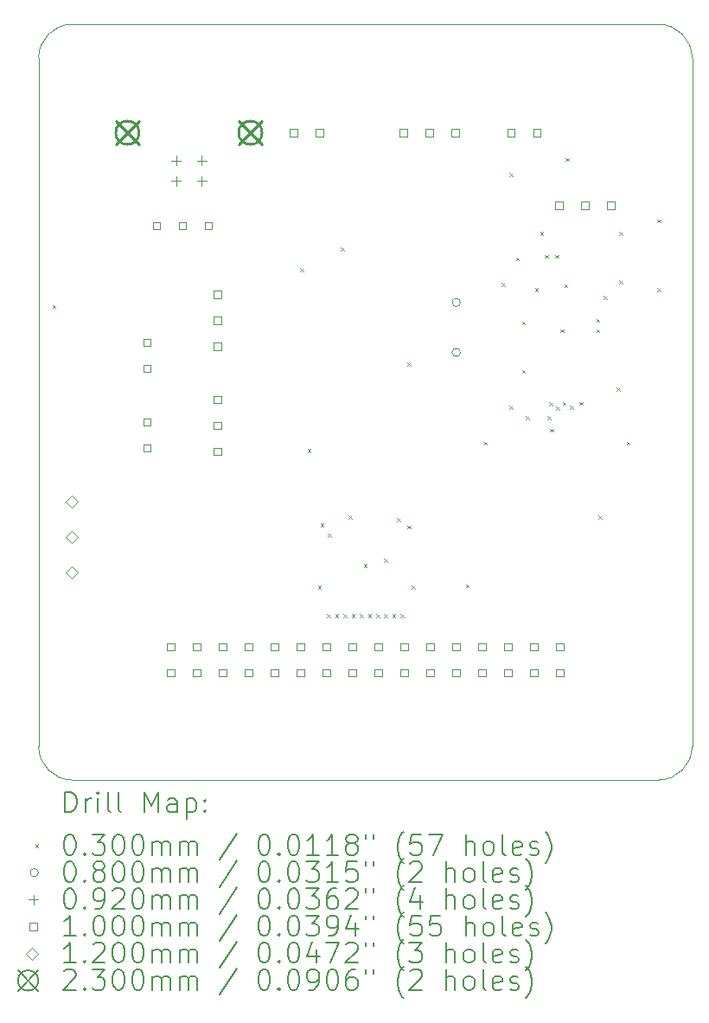
<source format=gbr>
%TF.GenerationSoftware,KiCad,Pcbnew,8.0.5*%
%TF.CreationDate,2024-10-20T03:08:29+02:00*%
%TF.ProjectId,Kingfisher,4b696e67-6669-4736-9865-722e6b696361,rev?*%
%TF.SameCoordinates,Original*%
%TF.FileFunction,Drillmap*%
%TF.FilePolarity,Positive*%
%FSLAX45Y45*%
G04 Gerber Fmt 4.5, Leading zero omitted, Abs format (unit mm)*
G04 Created by KiCad (PCBNEW 8.0.5) date 2024-10-20 03:08:29*
%MOMM*%
%LPD*%
G01*
G04 APERTURE LIST*
%ADD10C,0.050000*%
%ADD11C,0.200000*%
%ADD12C,0.100000*%
%ADD13C,0.120000*%
%ADD14C,0.230000*%
G04 APERTURE END LIST*
D10*
X12130000Y-6300000D02*
X17870000Y-6300000D01*
X17870000Y-6300000D02*
G75*
G02*
X18200000Y-6630000I0J-330000D01*
G01*
X18200000Y-13370000D02*
G75*
G02*
X17870000Y-13700000I-330000J0D01*
G01*
X11800000Y-13370000D02*
X11800000Y-6630000D01*
X12130000Y-13700000D02*
X17870000Y-13700000D01*
X12130000Y-13700000D02*
G75*
G02*
X11800000Y-13370000I0J330000D01*
G01*
X11800000Y-6630000D02*
G75*
G02*
X12130000Y-6300000I330000J0D01*
G01*
X18200000Y-6630000D02*
X18200000Y-13370000D01*
D11*
D12*
X11935000Y-9047500D02*
X11965000Y-9077500D01*
X11965000Y-9047500D02*
X11935000Y-9077500D01*
X14360000Y-8689500D02*
X14390000Y-8719500D01*
X14390000Y-8689500D02*
X14360000Y-8719500D01*
X14435000Y-10460000D02*
X14465000Y-10490000D01*
X14465000Y-10460000D02*
X14435000Y-10490000D01*
X14535000Y-11795000D02*
X14565000Y-11825000D01*
X14565000Y-11795000D02*
X14535000Y-11825000D01*
X14560000Y-11185000D02*
X14590000Y-11215000D01*
X14590000Y-11185000D02*
X14560000Y-11215000D01*
X14624999Y-12075000D02*
X14654999Y-12105000D01*
X14654999Y-12075000D02*
X14624999Y-12105000D01*
X14635000Y-11290000D02*
X14665000Y-11320000D01*
X14665000Y-11290000D02*
X14635000Y-11320000D01*
X14705000Y-12075000D02*
X14735000Y-12105000D01*
X14735000Y-12075000D02*
X14705000Y-12105000D01*
X14760000Y-8485000D02*
X14790000Y-8515000D01*
X14790000Y-8485000D02*
X14760000Y-8515000D01*
X14785000Y-12075000D02*
X14815000Y-12105000D01*
X14815000Y-12075000D02*
X14785000Y-12105000D01*
X14835000Y-11110000D02*
X14865000Y-11140000D01*
X14865000Y-11110000D02*
X14835000Y-11140000D01*
X14865000Y-12075000D02*
X14895000Y-12105000D01*
X14895000Y-12075000D02*
X14865000Y-12105000D01*
X14945000Y-12075000D02*
X14975000Y-12105000D01*
X14975000Y-12075000D02*
X14945000Y-12105000D01*
X14985000Y-11585000D02*
X15015000Y-11615000D01*
X15015000Y-11585000D02*
X14985000Y-11615000D01*
X15025000Y-12075000D02*
X15055000Y-12105000D01*
X15055000Y-12075000D02*
X15025000Y-12105000D01*
X15105000Y-12075000D02*
X15135000Y-12105000D01*
X15135000Y-12075000D02*
X15105000Y-12105000D01*
X15185000Y-11535000D02*
X15215000Y-11565000D01*
X15215000Y-11535000D02*
X15185000Y-11565000D01*
X15185000Y-12075000D02*
X15215000Y-12105000D01*
X15215000Y-12075000D02*
X15185000Y-12105000D01*
X15265001Y-12075000D02*
X15295001Y-12105000D01*
X15295001Y-12075000D02*
X15265001Y-12105000D01*
X15310000Y-11135000D02*
X15340000Y-11165000D01*
X15340000Y-11135000D02*
X15310000Y-11165000D01*
X15345001Y-12075000D02*
X15375001Y-12105000D01*
X15375001Y-12075000D02*
X15345001Y-12105000D01*
X15410000Y-9610000D02*
X15440000Y-9640000D01*
X15440000Y-9610000D02*
X15410000Y-9640000D01*
X15410000Y-11210000D02*
X15440000Y-11240000D01*
X15440000Y-11210000D02*
X15410000Y-11240000D01*
X15455000Y-11795000D02*
X15485000Y-11825000D01*
X15485000Y-11795000D02*
X15455000Y-11825000D01*
X15985000Y-11785000D02*
X16015000Y-11815000D01*
X16015000Y-11785000D02*
X15985000Y-11815000D01*
X16160000Y-10385000D02*
X16190000Y-10415000D01*
X16190000Y-10385000D02*
X16160000Y-10415000D01*
X16335000Y-8835000D02*
X16365000Y-8865000D01*
X16365000Y-8835000D02*
X16335000Y-8865000D01*
X16410000Y-7760000D02*
X16440000Y-7790000D01*
X16440000Y-7760000D02*
X16410000Y-7790000D01*
X16410000Y-10035000D02*
X16440000Y-10065000D01*
X16440000Y-10035000D02*
X16410000Y-10065000D01*
X16475000Y-8585000D02*
X16505000Y-8615000D01*
X16505000Y-8585000D02*
X16475000Y-8615000D01*
X16535000Y-9210000D02*
X16565000Y-9240000D01*
X16565000Y-9210000D02*
X16535000Y-9240000D01*
X16535000Y-9685000D02*
X16565000Y-9715000D01*
X16565000Y-9685000D02*
X16535000Y-9715000D01*
X16570000Y-10135000D02*
X16600000Y-10165000D01*
X16600000Y-10135000D02*
X16570000Y-10165000D01*
X16662306Y-8882694D02*
X16692306Y-8912694D01*
X16692306Y-8882694D02*
X16662306Y-8912694D01*
X16710000Y-8335000D02*
X16740000Y-8365000D01*
X16740000Y-8335000D02*
X16710000Y-8365000D01*
X16760000Y-8560000D02*
X16790000Y-8590000D01*
X16790000Y-8560000D02*
X16760000Y-8590000D01*
X16785000Y-10135000D02*
X16815000Y-10165000D01*
X16815000Y-10135000D02*
X16785000Y-10165000D01*
X16800000Y-10000000D02*
X16830000Y-10030000D01*
X16830000Y-10000000D02*
X16800000Y-10030000D01*
X16810000Y-10260000D02*
X16840000Y-10290000D01*
X16840000Y-10260000D02*
X16810000Y-10290000D01*
X16860000Y-8560000D02*
X16890000Y-8590000D01*
X16890000Y-8560000D02*
X16860000Y-8590000D01*
X16867096Y-10043568D02*
X16897096Y-10073568D01*
X16897096Y-10043568D02*
X16867096Y-10073568D01*
X16910000Y-9285000D02*
X16940000Y-9315000D01*
X16940000Y-9285000D02*
X16910000Y-9315000D01*
X16932500Y-9997500D02*
X16962500Y-10027500D01*
X16962500Y-9997500D02*
X16932500Y-10027500D01*
X16947500Y-8847500D02*
X16977500Y-8877500D01*
X16977500Y-8847500D02*
X16947500Y-8877500D01*
X16960000Y-7610000D02*
X16990000Y-7640000D01*
X16990000Y-7610000D02*
X16960000Y-7640000D01*
X17003001Y-10035310D02*
X17033001Y-10065310D01*
X17033001Y-10035310D02*
X17003001Y-10065310D01*
X17095000Y-9997653D02*
X17125000Y-10027653D01*
X17125000Y-9997653D02*
X17095000Y-10027653D01*
X17260000Y-9185000D02*
X17290000Y-9215000D01*
X17290000Y-9185000D02*
X17260000Y-9215000D01*
X17260000Y-9285000D02*
X17290000Y-9315000D01*
X17290000Y-9285000D02*
X17260000Y-9315000D01*
X17285000Y-11110000D02*
X17315000Y-11140000D01*
X17315000Y-11110000D02*
X17285000Y-11140000D01*
X17335000Y-8960000D02*
X17365000Y-8990000D01*
X17365000Y-8960000D02*
X17335000Y-8990000D01*
X17460000Y-9860000D02*
X17490000Y-9890000D01*
X17490000Y-9860000D02*
X17460000Y-9890000D01*
X17485000Y-8335000D02*
X17515000Y-8365000D01*
X17515000Y-8335000D02*
X17485000Y-8365000D01*
X17485000Y-8810000D02*
X17515000Y-8840000D01*
X17515000Y-8810000D02*
X17485000Y-8840000D01*
X17560000Y-10385000D02*
X17590000Y-10415000D01*
X17590000Y-10385000D02*
X17560000Y-10415000D01*
X17860000Y-8210000D02*
X17890000Y-8240000D01*
X17890000Y-8210000D02*
X17860000Y-8240000D01*
X17860000Y-8885000D02*
X17890000Y-8915000D01*
X17890000Y-8885000D02*
X17860000Y-8915000D01*
X15930000Y-9025000D02*
G75*
G02*
X15850000Y-9025000I-40000J0D01*
G01*
X15850000Y-9025000D02*
G75*
G02*
X15930000Y-9025000I40000J0D01*
G01*
X15930000Y-9513000D02*
G75*
G02*
X15850000Y-9513000I-40000J0D01*
G01*
X15850000Y-9513000D02*
G75*
G02*
X15930000Y-9513000I40000J0D01*
G01*
X13147000Y-7587500D02*
X13147000Y-7679500D01*
X13101000Y-7633500D02*
X13193000Y-7633500D01*
X13147000Y-7787500D02*
X13147000Y-7879500D01*
X13101000Y-7833500D02*
X13193000Y-7833500D01*
X13397000Y-7587500D02*
X13397000Y-7679500D01*
X13351000Y-7633500D02*
X13443000Y-7633500D01*
X13397000Y-7787500D02*
X13397000Y-7879500D01*
X13351000Y-7833500D02*
X13443000Y-7833500D01*
X12897856Y-9452356D02*
X12897856Y-9381644D01*
X12827144Y-9381644D01*
X12827144Y-9452356D01*
X12897856Y-9452356D01*
X12897856Y-9706356D02*
X12897856Y-9635644D01*
X12827144Y-9635644D01*
X12827144Y-9706356D01*
X12897856Y-9706356D01*
X12897856Y-10227356D02*
X12897856Y-10156644D01*
X12827144Y-10156644D01*
X12827144Y-10227356D01*
X12897856Y-10227356D01*
X12897856Y-10481356D02*
X12897856Y-10410644D01*
X12827144Y-10410644D01*
X12827144Y-10481356D01*
X12897856Y-10481356D01*
X12991356Y-8305356D02*
X12991356Y-8234644D01*
X12920644Y-8234644D01*
X12920644Y-8305356D01*
X12991356Y-8305356D01*
X13130356Y-12430356D02*
X13130356Y-12359644D01*
X13059644Y-12359644D01*
X13059644Y-12430356D01*
X13130356Y-12430356D01*
X13130356Y-12684356D02*
X13130356Y-12613644D01*
X13059644Y-12613644D01*
X13059644Y-12684356D01*
X13130356Y-12684356D01*
X13245356Y-8305356D02*
X13245356Y-8234644D01*
X13174644Y-8234644D01*
X13174644Y-8305356D01*
X13245356Y-8305356D01*
X13384356Y-12430356D02*
X13384356Y-12359644D01*
X13313644Y-12359644D01*
X13313644Y-12430356D01*
X13384356Y-12430356D01*
X13384356Y-12684356D02*
X13384356Y-12613644D01*
X13313644Y-12613644D01*
X13313644Y-12684356D01*
X13384356Y-12684356D01*
X13499356Y-8305356D02*
X13499356Y-8234644D01*
X13428644Y-8234644D01*
X13428644Y-8305356D01*
X13499356Y-8305356D01*
X13585356Y-8981356D02*
X13585356Y-8910644D01*
X13514644Y-8910644D01*
X13514644Y-8981356D01*
X13585356Y-8981356D01*
X13585356Y-9235356D02*
X13585356Y-9164644D01*
X13514644Y-9164644D01*
X13514644Y-9235356D01*
X13585356Y-9235356D01*
X13585356Y-9489356D02*
X13585356Y-9418644D01*
X13514644Y-9418644D01*
X13514644Y-9489356D01*
X13585356Y-9489356D01*
X13585356Y-10010356D02*
X13585356Y-9939644D01*
X13514644Y-9939644D01*
X13514644Y-10010356D01*
X13585356Y-10010356D01*
X13585356Y-10264356D02*
X13585356Y-10193644D01*
X13514644Y-10193644D01*
X13514644Y-10264356D01*
X13585356Y-10264356D01*
X13585356Y-10518356D02*
X13585356Y-10447644D01*
X13514644Y-10447644D01*
X13514644Y-10518356D01*
X13585356Y-10518356D01*
X13638356Y-12430356D02*
X13638356Y-12359644D01*
X13567644Y-12359644D01*
X13567644Y-12430356D01*
X13638356Y-12430356D01*
X13638356Y-12684356D02*
X13638356Y-12613644D01*
X13567644Y-12613644D01*
X13567644Y-12684356D01*
X13638356Y-12684356D01*
X13892356Y-12430356D02*
X13892356Y-12359644D01*
X13821644Y-12359644D01*
X13821644Y-12430356D01*
X13892356Y-12430356D01*
X13892356Y-12684356D02*
X13892356Y-12613644D01*
X13821644Y-12613644D01*
X13821644Y-12684356D01*
X13892356Y-12684356D01*
X14146356Y-12430356D02*
X14146356Y-12359644D01*
X14075644Y-12359644D01*
X14075644Y-12430356D01*
X14146356Y-12430356D01*
X14146356Y-12684356D02*
X14146356Y-12613644D01*
X14075644Y-12613644D01*
X14075644Y-12684356D01*
X14146356Y-12684356D01*
X14332856Y-7397856D02*
X14332856Y-7327144D01*
X14262144Y-7327144D01*
X14262144Y-7397856D01*
X14332856Y-7397856D01*
X14400356Y-12430356D02*
X14400356Y-12359644D01*
X14329644Y-12359644D01*
X14329644Y-12430356D01*
X14400356Y-12430356D01*
X14400356Y-12684356D02*
X14400356Y-12613644D01*
X14329644Y-12613644D01*
X14329644Y-12684356D01*
X14400356Y-12684356D01*
X14586856Y-7397856D02*
X14586856Y-7327144D01*
X14516144Y-7327144D01*
X14516144Y-7397856D01*
X14586856Y-7397856D01*
X14654356Y-12430356D02*
X14654356Y-12359644D01*
X14583644Y-12359644D01*
X14583644Y-12430356D01*
X14654356Y-12430356D01*
X14654356Y-12684356D02*
X14654356Y-12613644D01*
X14583644Y-12613644D01*
X14583644Y-12684356D01*
X14654356Y-12684356D01*
X14908356Y-12430356D02*
X14908356Y-12359644D01*
X14837644Y-12359644D01*
X14837644Y-12430356D01*
X14908356Y-12430356D01*
X14908356Y-12684356D02*
X14908356Y-12613644D01*
X14837644Y-12613644D01*
X14837644Y-12684356D01*
X14908356Y-12684356D01*
X15162356Y-12430356D02*
X15162356Y-12359644D01*
X15091644Y-12359644D01*
X15091644Y-12430356D01*
X15162356Y-12430356D01*
X15162356Y-12684356D02*
X15162356Y-12613644D01*
X15091644Y-12613644D01*
X15091644Y-12684356D01*
X15162356Y-12684356D01*
X15407856Y-7397856D02*
X15407856Y-7327144D01*
X15337144Y-7327144D01*
X15337144Y-7397856D01*
X15407856Y-7397856D01*
X15416356Y-12430356D02*
X15416356Y-12359644D01*
X15345644Y-12359644D01*
X15345644Y-12430356D01*
X15416356Y-12430356D01*
X15416356Y-12684356D02*
X15416356Y-12613644D01*
X15345644Y-12613644D01*
X15345644Y-12684356D01*
X15416356Y-12684356D01*
X15661856Y-7397856D02*
X15661856Y-7327144D01*
X15591144Y-7327144D01*
X15591144Y-7397856D01*
X15661856Y-7397856D01*
X15670356Y-12430356D02*
X15670356Y-12359644D01*
X15599644Y-12359644D01*
X15599644Y-12430356D01*
X15670356Y-12430356D01*
X15670356Y-12684356D02*
X15670356Y-12613644D01*
X15599644Y-12613644D01*
X15599644Y-12684356D01*
X15670356Y-12684356D01*
X15915856Y-7397856D02*
X15915856Y-7327144D01*
X15845144Y-7327144D01*
X15845144Y-7397856D01*
X15915856Y-7397856D01*
X15924356Y-12430356D02*
X15924356Y-12359644D01*
X15853644Y-12359644D01*
X15853644Y-12430356D01*
X15924356Y-12430356D01*
X15924356Y-12684356D02*
X15924356Y-12613644D01*
X15853644Y-12613644D01*
X15853644Y-12684356D01*
X15924356Y-12684356D01*
X16178356Y-12430356D02*
X16178356Y-12359644D01*
X16107644Y-12359644D01*
X16107644Y-12430356D01*
X16178356Y-12430356D01*
X16178356Y-12684356D02*
X16178356Y-12613644D01*
X16107644Y-12613644D01*
X16107644Y-12684356D01*
X16178356Y-12684356D01*
X16432356Y-12430356D02*
X16432356Y-12359644D01*
X16361644Y-12359644D01*
X16361644Y-12430356D01*
X16432356Y-12430356D01*
X16432356Y-12684356D02*
X16432356Y-12613644D01*
X16361644Y-12613644D01*
X16361644Y-12684356D01*
X16432356Y-12684356D01*
X16460356Y-7397856D02*
X16460356Y-7327144D01*
X16389644Y-7327144D01*
X16389644Y-7397856D01*
X16460356Y-7397856D01*
X16686356Y-12430356D02*
X16686356Y-12359644D01*
X16615644Y-12359644D01*
X16615644Y-12430356D01*
X16686356Y-12430356D01*
X16686356Y-12684356D02*
X16686356Y-12613644D01*
X16615644Y-12613644D01*
X16615644Y-12684356D01*
X16686356Y-12684356D01*
X16714356Y-7397856D02*
X16714356Y-7327144D01*
X16643644Y-7327144D01*
X16643644Y-7397856D01*
X16714356Y-7397856D01*
X16931356Y-8110356D02*
X16931356Y-8039644D01*
X16860644Y-8039644D01*
X16860644Y-8110356D01*
X16931356Y-8110356D01*
X16940356Y-12430356D02*
X16940356Y-12359644D01*
X16869644Y-12359644D01*
X16869644Y-12430356D01*
X16940356Y-12430356D01*
X16940356Y-12684356D02*
X16940356Y-12613644D01*
X16869644Y-12613644D01*
X16869644Y-12684356D01*
X16940356Y-12684356D01*
X17185356Y-8110356D02*
X17185356Y-8039644D01*
X17114644Y-8039644D01*
X17114644Y-8110356D01*
X17185356Y-8110356D01*
X17439356Y-8110356D02*
X17439356Y-8039644D01*
X17368644Y-8039644D01*
X17368644Y-8110356D01*
X17439356Y-8110356D01*
D13*
X12125000Y-11031000D02*
X12185000Y-10971000D01*
X12125000Y-10911000D01*
X12065000Y-10971000D01*
X12125000Y-11031000D01*
X12125000Y-11381000D02*
X12185000Y-11321000D01*
X12125000Y-11261000D01*
X12065000Y-11321000D01*
X12125000Y-11381000D01*
X12125000Y-11731000D02*
X12185000Y-11671000D01*
X12125000Y-11611000D01*
X12065000Y-11671000D01*
X12125000Y-11731000D01*
D14*
X12555000Y-7247500D02*
X12785000Y-7477500D01*
X12785000Y-7247500D02*
X12555000Y-7477500D01*
X12785000Y-7362500D02*
G75*
G02*
X12555000Y-7362500I-115000J0D01*
G01*
X12555000Y-7362500D02*
G75*
G02*
X12785000Y-7362500I115000J0D01*
G01*
X13759000Y-7247500D02*
X13989000Y-7477500D01*
X13989000Y-7247500D02*
X13759000Y-7477500D01*
X13989000Y-7362500D02*
G75*
G02*
X13759000Y-7362500I-115000J0D01*
G01*
X13759000Y-7362500D02*
G75*
G02*
X13989000Y-7362500I115000J0D01*
G01*
D11*
X12058277Y-14013984D02*
X12058277Y-13813984D01*
X12058277Y-13813984D02*
X12105896Y-13813984D01*
X12105896Y-13813984D02*
X12134467Y-13823508D01*
X12134467Y-13823508D02*
X12153515Y-13842555D01*
X12153515Y-13842555D02*
X12163039Y-13861603D01*
X12163039Y-13861603D02*
X12172562Y-13899698D01*
X12172562Y-13899698D02*
X12172562Y-13928269D01*
X12172562Y-13928269D02*
X12163039Y-13966365D01*
X12163039Y-13966365D02*
X12153515Y-13985412D01*
X12153515Y-13985412D02*
X12134467Y-14004460D01*
X12134467Y-14004460D02*
X12105896Y-14013984D01*
X12105896Y-14013984D02*
X12058277Y-14013984D01*
X12258277Y-14013984D02*
X12258277Y-13880650D01*
X12258277Y-13918746D02*
X12267801Y-13899698D01*
X12267801Y-13899698D02*
X12277324Y-13890174D01*
X12277324Y-13890174D02*
X12296372Y-13880650D01*
X12296372Y-13880650D02*
X12315420Y-13880650D01*
X12382086Y-14013984D02*
X12382086Y-13880650D01*
X12382086Y-13813984D02*
X12372562Y-13823508D01*
X12372562Y-13823508D02*
X12382086Y-13833031D01*
X12382086Y-13833031D02*
X12391610Y-13823508D01*
X12391610Y-13823508D02*
X12382086Y-13813984D01*
X12382086Y-13813984D02*
X12382086Y-13833031D01*
X12505896Y-14013984D02*
X12486848Y-14004460D01*
X12486848Y-14004460D02*
X12477324Y-13985412D01*
X12477324Y-13985412D02*
X12477324Y-13813984D01*
X12610658Y-14013984D02*
X12591610Y-14004460D01*
X12591610Y-14004460D02*
X12582086Y-13985412D01*
X12582086Y-13985412D02*
X12582086Y-13813984D01*
X12839229Y-14013984D02*
X12839229Y-13813984D01*
X12839229Y-13813984D02*
X12905896Y-13956841D01*
X12905896Y-13956841D02*
X12972562Y-13813984D01*
X12972562Y-13813984D02*
X12972562Y-14013984D01*
X13153515Y-14013984D02*
X13153515Y-13909222D01*
X13153515Y-13909222D02*
X13143991Y-13890174D01*
X13143991Y-13890174D02*
X13124943Y-13880650D01*
X13124943Y-13880650D02*
X13086848Y-13880650D01*
X13086848Y-13880650D02*
X13067801Y-13890174D01*
X13153515Y-14004460D02*
X13134467Y-14013984D01*
X13134467Y-14013984D02*
X13086848Y-14013984D01*
X13086848Y-14013984D02*
X13067801Y-14004460D01*
X13067801Y-14004460D02*
X13058277Y-13985412D01*
X13058277Y-13985412D02*
X13058277Y-13966365D01*
X13058277Y-13966365D02*
X13067801Y-13947317D01*
X13067801Y-13947317D02*
X13086848Y-13937793D01*
X13086848Y-13937793D02*
X13134467Y-13937793D01*
X13134467Y-13937793D02*
X13153515Y-13928269D01*
X13248753Y-13880650D02*
X13248753Y-14080650D01*
X13248753Y-13890174D02*
X13267801Y-13880650D01*
X13267801Y-13880650D02*
X13305896Y-13880650D01*
X13305896Y-13880650D02*
X13324943Y-13890174D01*
X13324943Y-13890174D02*
X13334467Y-13899698D01*
X13334467Y-13899698D02*
X13343991Y-13918746D01*
X13343991Y-13918746D02*
X13343991Y-13975888D01*
X13343991Y-13975888D02*
X13334467Y-13994936D01*
X13334467Y-13994936D02*
X13324943Y-14004460D01*
X13324943Y-14004460D02*
X13305896Y-14013984D01*
X13305896Y-14013984D02*
X13267801Y-14013984D01*
X13267801Y-14013984D02*
X13248753Y-14004460D01*
X13429705Y-13994936D02*
X13439229Y-14004460D01*
X13439229Y-14004460D02*
X13429705Y-14013984D01*
X13429705Y-14013984D02*
X13420182Y-14004460D01*
X13420182Y-14004460D02*
X13429705Y-13994936D01*
X13429705Y-13994936D02*
X13429705Y-14013984D01*
X13429705Y-13890174D02*
X13439229Y-13899698D01*
X13439229Y-13899698D02*
X13429705Y-13909222D01*
X13429705Y-13909222D02*
X13420182Y-13899698D01*
X13420182Y-13899698D02*
X13429705Y-13890174D01*
X13429705Y-13890174D02*
X13429705Y-13909222D01*
D12*
X11767500Y-14327500D02*
X11797500Y-14357500D01*
X11797500Y-14327500D02*
X11767500Y-14357500D01*
D11*
X12096372Y-14233984D02*
X12115420Y-14233984D01*
X12115420Y-14233984D02*
X12134467Y-14243508D01*
X12134467Y-14243508D02*
X12143991Y-14253031D01*
X12143991Y-14253031D02*
X12153515Y-14272079D01*
X12153515Y-14272079D02*
X12163039Y-14310174D01*
X12163039Y-14310174D02*
X12163039Y-14357793D01*
X12163039Y-14357793D02*
X12153515Y-14395888D01*
X12153515Y-14395888D02*
X12143991Y-14414936D01*
X12143991Y-14414936D02*
X12134467Y-14424460D01*
X12134467Y-14424460D02*
X12115420Y-14433984D01*
X12115420Y-14433984D02*
X12096372Y-14433984D01*
X12096372Y-14433984D02*
X12077324Y-14424460D01*
X12077324Y-14424460D02*
X12067801Y-14414936D01*
X12067801Y-14414936D02*
X12058277Y-14395888D01*
X12058277Y-14395888D02*
X12048753Y-14357793D01*
X12048753Y-14357793D02*
X12048753Y-14310174D01*
X12048753Y-14310174D02*
X12058277Y-14272079D01*
X12058277Y-14272079D02*
X12067801Y-14253031D01*
X12067801Y-14253031D02*
X12077324Y-14243508D01*
X12077324Y-14243508D02*
X12096372Y-14233984D01*
X12248753Y-14414936D02*
X12258277Y-14424460D01*
X12258277Y-14424460D02*
X12248753Y-14433984D01*
X12248753Y-14433984D02*
X12239229Y-14424460D01*
X12239229Y-14424460D02*
X12248753Y-14414936D01*
X12248753Y-14414936D02*
X12248753Y-14433984D01*
X12324943Y-14233984D02*
X12448753Y-14233984D01*
X12448753Y-14233984D02*
X12382086Y-14310174D01*
X12382086Y-14310174D02*
X12410658Y-14310174D01*
X12410658Y-14310174D02*
X12429705Y-14319698D01*
X12429705Y-14319698D02*
X12439229Y-14329222D01*
X12439229Y-14329222D02*
X12448753Y-14348269D01*
X12448753Y-14348269D02*
X12448753Y-14395888D01*
X12448753Y-14395888D02*
X12439229Y-14414936D01*
X12439229Y-14414936D02*
X12429705Y-14424460D01*
X12429705Y-14424460D02*
X12410658Y-14433984D01*
X12410658Y-14433984D02*
X12353515Y-14433984D01*
X12353515Y-14433984D02*
X12334467Y-14424460D01*
X12334467Y-14424460D02*
X12324943Y-14414936D01*
X12572562Y-14233984D02*
X12591610Y-14233984D01*
X12591610Y-14233984D02*
X12610658Y-14243508D01*
X12610658Y-14243508D02*
X12620182Y-14253031D01*
X12620182Y-14253031D02*
X12629705Y-14272079D01*
X12629705Y-14272079D02*
X12639229Y-14310174D01*
X12639229Y-14310174D02*
X12639229Y-14357793D01*
X12639229Y-14357793D02*
X12629705Y-14395888D01*
X12629705Y-14395888D02*
X12620182Y-14414936D01*
X12620182Y-14414936D02*
X12610658Y-14424460D01*
X12610658Y-14424460D02*
X12591610Y-14433984D01*
X12591610Y-14433984D02*
X12572562Y-14433984D01*
X12572562Y-14433984D02*
X12553515Y-14424460D01*
X12553515Y-14424460D02*
X12543991Y-14414936D01*
X12543991Y-14414936D02*
X12534467Y-14395888D01*
X12534467Y-14395888D02*
X12524943Y-14357793D01*
X12524943Y-14357793D02*
X12524943Y-14310174D01*
X12524943Y-14310174D02*
X12534467Y-14272079D01*
X12534467Y-14272079D02*
X12543991Y-14253031D01*
X12543991Y-14253031D02*
X12553515Y-14243508D01*
X12553515Y-14243508D02*
X12572562Y-14233984D01*
X12763039Y-14233984D02*
X12782086Y-14233984D01*
X12782086Y-14233984D02*
X12801134Y-14243508D01*
X12801134Y-14243508D02*
X12810658Y-14253031D01*
X12810658Y-14253031D02*
X12820182Y-14272079D01*
X12820182Y-14272079D02*
X12829705Y-14310174D01*
X12829705Y-14310174D02*
X12829705Y-14357793D01*
X12829705Y-14357793D02*
X12820182Y-14395888D01*
X12820182Y-14395888D02*
X12810658Y-14414936D01*
X12810658Y-14414936D02*
X12801134Y-14424460D01*
X12801134Y-14424460D02*
X12782086Y-14433984D01*
X12782086Y-14433984D02*
X12763039Y-14433984D01*
X12763039Y-14433984D02*
X12743991Y-14424460D01*
X12743991Y-14424460D02*
X12734467Y-14414936D01*
X12734467Y-14414936D02*
X12724943Y-14395888D01*
X12724943Y-14395888D02*
X12715420Y-14357793D01*
X12715420Y-14357793D02*
X12715420Y-14310174D01*
X12715420Y-14310174D02*
X12724943Y-14272079D01*
X12724943Y-14272079D02*
X12734467Y-14253031D01*
X12734467Y-14253031D02*
X12743991Y-14243508D01*
X12743991Y-14243508D02*
X12763039Y-14233984D01*
X12915420Y-14433984D02*
X12915420Y-14300650D01*
X12915420Y-14319698D02*
X12924943Y-14310174D01*
X12924943Y-14310174D02*
X12943991Y-14300650D01*
X12943991Y-14300650D02*
X12972563Y-14300650D01*
X12972563Y-14300650D02*
X12991610Y-14310174D01*
X12991610Y-14310174D02*
X13001134Y-14329222D01*
X13001134Y-14329222D02*
X13001134Y-14433984D01*
X13001134Y-14329222D02*
X13010658Y-14310174D01*
X13010658Y-14310174D02*
X13029705Y-14300650D01*
X13029705Y-14300650D02*
X13058277Y-14300650D01*
X13058277Y-14300650D02*
X13077324Y-14310174D01*
X13077324Y-14310174D02*
X13086848Y-14329222D01*
X13086848Y-14329222D02*
X13086848Y-14433984D01*
X13182086Y-14433984D02*
X13182086Y-14300650D01*
X13182086Y-14319698D02*
X13191610Y-14310174D01*
X13191610Y-14310174D02*
X13210658Y-14300650D01*
X13210658Y-14300650D02*
X13239229Y-14300650D01*
X13239229Y-14300650D02*
X13258277Y-14310174D01*
X13258277Y-14310174D02*
X13267801Y-14329222D01*
X13267801Y-14329222D02*
X13267801Y-14433984D01*
X13267801Y-14329222D02*
X13277324Y-14310174D01*
X13277324Y-14310174D02*
X13296372Y-14300650D01*
X13296372Y-14300650D02*
X13324943Y-14300650D01*
X13324943Y-14300650D02*
X13343991Y-14310174D01*
X13343991Y-14310174D02*
X13353515Y-14329222D01*
X13353515Y-14329222D02*
X13353515Y-14433984D01*
X13743991Y-14224460D02*
X13572563Y-14481603D01*
X14001134Y-14233984D02*
X14020182Y-14233984D01*
X14020182Y-14233984D02*
X14039229Y-14243508D01*
X14039229Y-14243508D02*
X14048753Y-14253031D01*
X14048753Y-14253031D02*
X14058277Y-14272079D01*
X14058277Y-14272079D02*
X14067801Y-14310174D01*
X14067801Y-14310174D02*
X14067801Y-14357793D01*
X14067801Y-14357793D02*
X14058277Y-14395888D01*
X14058277Y-14395888D02*
X14048753Y-14414936D01*
X14048753Y-14414936D02*
X14039229Y-14424460D01*
X14039229Y-14424460D02*
X14020182Y-14433984D01*
X14020182Y-14433984D02*
X14001134Y-14433984D01*
X14001134Y-14433984D02*
X13982086Y-14424460D01*
X13982086Y-14424460D02*
X13972563Y-14414936D01*
X13972563Y-14414936D02*
X13963039Y-14395888D01*
X13963039Y-14395888D02*
X13953515Y-14357793D01*
X13953515Y-14357793D02*
X13953515Y-14310174D01*
X13953515Y-14310174D02*
X13963039Y-14272079D01*
X13963039Y-14272079D02*
X13972563Y-14253031D01*
X13972563Y-14253031D02*
X13982086Y-14243508D01*
X13982086Y-14243508D02*
X14001134Y-14233984D01*
X14153515Y-14414936D02*
X14163039Y-14424460D01*
X14163039Y-14424460D02*
X14153515Y-14433984D01*
X14153515Y-14433984D02*
X14143991Y-14424460D01*
X14143991Y-14424460D02*
X14153515Y-14414936D01*
X14153515Y-14414936D02*
X14153515Y-14433984D01*
X14286848Y-14233984D02*
X14305896Y-14233984D01*
X14305896Y-14233984D02*
X14324944Y-14243508D01*
X14324944Y-14243508D02*
X14334467Y-14253031D01*
X14334467Y-14253031D02*
X14343991Y-14272079D01*
X14343991Y-14272079D02*
X14353515Y-14310174D01*
X14353515Y-14310174D02*
X14353515Y-14357793D01*
X14353515Y-14357793D02*
X14343991Y-14395888D01*
X14343991Y-14395888D02*
X14334467Y-14414936D01*
X14334467Y-14414936D02*
X14324944Y-14424460D01*
X14324944Y-14424460D02*
X14305896Y-14433984D01*
X14305896Y-14433984D02*
X14286848Y-14433984D01*
X14286848Y-14433984D02*
X14267801Y-14424460D01*
X14267801Y-14424460D02*
X14258277Y-14414936D01*
X14258277Y-14414936D02*
X14248753Y-14395888D01*
X14248753Y-14395888D02*
X14239229Y-14357793D01*
X14239229Y-14357793D02*
X14239229Y-14310174D01*
X14239229Y-14310174D02*
X14248753Y-14272079D01*
X14248753Y-14272079D02*
X14258277Y-14253031D01*
X14258277Y-14253031D02*
X14267801Y-14243508D01*
X14267801Y-14243508D02*
X14286848Y-14233984D01*
X14543991Y-14433984D02*
X14429706Y-14433984D01*
X14486848Y-14433984D02*
X14486848Y-14233984D01*
X14486848Y-14233984D02*
X14467801Y-14262555D01*
X14467801Y-14262555D02*
X14448753Y-14281603D01*
X14448753Y-14281603D02*
X14429706Y-14291127D01*
X14734467Y-14433984D02*
X14620182Y-14433984D01*
X14677325Y-14433984D02*
X14677325Y-14233984D01*
X14677325Y-14233984D02*
X14658277Y-14262555D01*
X14658277Y-14262555D02*
X14639229Y-14281603D01*
X14639229Y-14281603D02*
X14620182Y-14291127D01*
X14848753Y-14319698D02*
X14829706Y-14310174D01*
X14829706Y-14310174D02*
X14820182Y-14300650D01*
X14820182Y-14300650D02*
X14810658Y-14281603D01*
X14810658Y-14281603D02*
X14810658Y-14272079D01*
X14810658Y-14272079D02*
X14820182Y-14253031D01*
X14820182Y-14253031D02*
X14829706Y-14243508D01*
X14829706Y-14243508D02*
X14848753Y-14233984D01*
X14848753Y-14233984D02*
X14886848Y-14233984D01*
X14886848Y-14233984D02*
X14905896Y-14243508D01*
X14905896Y-14243508D02*
X14915420Y-14253031D01*
X14915420Y-14253031D02*
X14924944Y-14272079D01*
X14924944Y-14272079D02*
X14924944Y-14281603D01*
X14924944Y-14281603D02*
X14915420Y-14300650D01*
X14915420Y-14300650D02*
X14905896Y-14310174D01*
X14905896Y-14310174D02*
X14886848Y-14319698D01*
X14886848Y-14319698D02*
X14848753Y-14319698D01*
X14848753Y-14319698D02*
X14829706Y-14329222D01*
X14829706Y-14329222D02*
X14820182Y-14338746D01*
X14820182Y-14338746D02*
X14810658Y-14357793D01*
X14810658Y-14357793D02*
X14810658Y-14395888D01*
X14810658Y-14395888D02*
X14820182Y-14414936D01*
X14820182Y-14414936D02*
X14829706Y-14424460D01*
X14829706Y-14424460D02*
X14848753Y-14433984D01*
X14848753Y-14433984D02*
X14886848Y-14433984D01*
X14886848Y-14433984D02*
X14905896Y-14424460D01*
X14905896Y-14424460D02*
X14915420Y-14414936D01*
X14915420Y-14414936D02*
X14924944Y-14395888D01*
X14924944Y-14395888D02*
X14924944Y-14357793D01*
X14924944Y-14357793D02*
X14915420Y-14338746D01*
X14915420Y-14338746D02*
X14905896Y-14329222D01*
X14905896Y-14329222D02*
X14886848Y-14319698D01*
X15001134Y-14233984D02*
X15001134Y-14272079D01*
X15077325Y-14233984D02*
X15077325Y-14272079D01*
X15372563Y-14510174D02*
X15363039Y-14500650D01*
X15363039Y-14500650D02*
X15343991Y-14472079D01*
X15343991Y-14472079D02*
X15334468Y-14453031D01*
X15334468Y-14453031D02*
X15324944Y-14424460D01*
X15324944Y-14424460D02*
X15315420Y-14376841D01*
X15315420Y-14376841D02*
X15315420Y-14338746D01*
X15315420Y-14338746D02*
X15324944Y-14291127D01*
X15324944Y-14291127D02*
X15334468Y-14262555D01*
X15334468Y-14262555D02*
X15343991Y-14243508D01*
X15343991Y-14243508D02*
X15363039Y-14214936D01*
X15363039Y-14214936D02*
X15372563Y-14205412D01*
X15543991Y-14233984D02*
X15448753Y-14233984D01*
X15448753Y-14233984D02*
X15439229Y-14329222D01*
X15439229Y-14329222D02*
X15448753Y-14319698D01*
X15448753Y-14319698D02*
X15467801Y-14310174D01*
X15467801Y-14310174D02*
X15515420Y-14310174D01*
X15515420Y-14310174D02*
X15534468Y-14319698D01*
X15534468Y-14319698D02*
X15543991Y-14329222D01*
X15543991Y-14329222D02*
X15553515Y-14348269D01*
X15553515Y-14348269D02*
X15553515Y-14395888D01*
X15553515Y-14395888D02*
X15543991Y-14414936D01*
X15543991Y-14414936D02*
X15534468Y-14424460D01*
X15534468Y-14424460D02*
X15515420Y-14433984D01*
X15515420Y-14433984D02*
X15467801Y-14433984D01*
X15467801Y-14433984D02*
X15448753Y-14424460D01*
X15448753Y-14424460D02*
X15439229Y-14414936D01*
X15620182Y-14233984D02*
X15753515Y-14233984D01*
X15753515Y-14233984D02*
X15667801Y-14433984D01*
X15982087Y-14433984D02*
X15982087Y-14233984D01*
X16067801Y-14433984D02*
X16067801Y-14329222D01*
X16067801Y-14329222D02*
X16058277Y-14310174D01*
X16058277Y-14310174D02*
X16039230Y-14300650D01*
X16039230Y-14300650D02*
X16010658Y-14300650D01*
X16010658Y-14300650D02*
X15991610Y-14310174D01*
X15991610Y-14310174D02*
X15982087Y-14319698D01*
X16191610Y-14433984D02*
X16172563Y-14424460D01*
X16172563Y-14424460D02*
X16163039Y-14414936D01*
X16163039Y-14414936D02*
X16153515Y-14395888D01*
X16153515Y-14395888D02*
X16153515Y-14338746D01*
X16153515Y-14338746D02*
X16163039Y-14319698D01*
X16163039Y-14319698D02*
X16172563Y-14310174D01*
X16172563Y-14310174D02*
X16191610Y-14300650D01*
X16191610Y-14300650D02*
X16220182Y-14300650D01*
X16220182Y-14300650D02*
X16239230Y-14310174D01*
X16239230Y-14310174D02*
X16248753Y-14319698D01*
X16248753Y-14319698D02*
X16258277Y-14338746D01*
X16258277Y-14338746D02*
X16258277Y-14395888D01*
X16258277Y-14395888D02*
X16248753Y-14414936D01*
X16248753Y-14414936D02*
X16239230Y-14424460D01*
X16239230Y-14424460D02*
X16220182Y-14433984D01*
X16220182Y-14433984D02*
X16191610Y-14433984D01*
X16372563Y-14433984D02*
X16353515Y-14424460D01*
X16353515Y-14424460D02*
X16343991Y-14405412D01*
X16343991Y-14405412D02*
X16343991Y-14233984D01*
X16524944Y-14424460D02*
X16505896Y-14433984D01*
X16505896Y-14433984D02*
X16467801Y-14433984D01*
X16467801Y-14433984D02*
X16448753Y-14424460D01*
X16448753Y-14424460D02*
X16439230Y-14405412D01*
X16439230Y-14405412D02*
X16439230Y-14329222D01*
X16439230Y-14329222D02*
X16448753Y-14310174D01*
X16448753Y-14310174D02*
X16467801Y-14300650D01*
X16467801Y-14300650D02*
X16505896Y-14300650D01*
X16505896Y-14300650D02*
X16524944Y-14310174D01*
X16524944Y-14310174D02*
X16534468Y-14329222D01*
X16534468Y-14329222D02*
X16534468Y-14348269D01*
X16534468Y-14348269D02*
X16439230Y-14367317D01*
X16610658Y-14424460D02*
X16629706Y-14433984D01*
X16629706Y-14433984D02*
X16667801Y-14433984D01*
X16667801Y-14433984D02*
X16686849Y-14424460D01*
X16686849Y-14424460D02*
X16696372Y-14405412D01*
X16696372Y-14405412D02*
X16696372Y-14395888D01*
X16696372Y-14395888D02*
X16686849Y-14376841D01*
X16686849Y-14376841D02*
X16667801Y-14367317D01*
X16667801Y-14367317D02*
X16639230Y-14367317D01*
X16639230Y-14367317D02*
X16620182Y-14357793D01*
X16620182Y-14357793D02*
X16610658Y-14338746D01*
X16610658Y-14338746D02*
X16610658Y-14329222D01*
X16610658Y-14329222D02*
X16620182Y-14310174D01*
X16620182Y-14310174D02*
X16639230Y-14300650D01*
X16639230Y-14300650D02*
X16667801Y-14300650D01*
X16667801Y-14300650D02*
X16686849Y-14310174D01*
X16763039Y-14510174D02*
X16772563Y-14500650D01*
X16772563Y-14500650D02*
X16791611Y-14472079D01*
X16791611Y-14472079D02*
X16801134Y-14453031D01*
X16801134Y-14453031D02*
X16810658Y-14424460D01*
X16810658Y-14424460D02*
X16820182Y-14376841D01*
X16820182Y-14376841D02*
X16820182Y-14338746D01*
X16820182Y-14338746D02*
X16810658Y-14291127D01*
X16810658Y-14291127D02*
X16801134Y-14262555D01*
X16801134Y-14262555D02*
X16791611Y-14243508D01*
X16791611Y-14243508D02*
X16772563Y-14214936D01*
X16772563Y-14214936D02*
X16763039Y-14205412D01*
D12*
X11797500Y-14606500D02*
G75*
G02*
X11717500Y-14606500I-40000J0D01*
G01*
X11717500Y-14606500D02*
G75*
G02*
X11797500Y-14606500I40000J0D01*
G01*
D11*
X12096372Y-14497984D02*
X12115420Y-14497984D01*
X12115420Y-14497984D02*
X12134467Y-14507508D01*
X12134467Y-14507508D02*
X12143991Y-14517031D01*
X12143991Y-14517031D02*
X12153515Y-14536079D01*
X12153515Y-14536079D02*
X12163039Y-14574174D01*
X12163039Y-14574174D02*
X12163039Y-14621793D01*
X12163039Y-14621793D02*
X12153515Y-14659888D01*
X12153515Y-14659888D02*
X12143991Y-14678936D01*
X12143991Y-14678936D02*
X12134467Y-14688460D01*
X12134467Y-14688460D02*
X12115420Y-14697984D01*
X12115420Y-14697984D02*
X12096372Y-14697984D01*
X12096372Y-14697984D02*
X12077324Y-14688460D01*
X12077324Y-14688460D02*
X12067801Y-14678936D01*
X12067801Y-14678936D02*
X12058277Y-14659888D01*
X12058277Y-14659888D02*
X12048753Y-14621793D01*
X12048753Y-14621793D02*
X12048753Y-14574174D01*
X12048753Y-14574174D02*
X12058277Y-14536079D01*
X12058277Y-14536079D02*
X12067801Y-14517031D01*
X12067801Y-14517031D02*
X12077324Y-14507508D01*
X12077324Y-14507508D02*
X12096372Y-14497984D01*
X12248753Y-14678936D02*
X12258277Y-14688460D01*
X12258277Y-14688460D02*
X12248753Y-14697984D01*
X12248753Y-14697984D02*
X12239229Y-14688460D01*
X12239229Y-14688460D02*
X12248753Y-14678936D01*
X12248753Y-14678936D02*
X12248753Y-14697984D01*
X12372562Y-14583698D02*
X12353515Y-14574174D01*
X12353515Y-14574174D02*
X12343991Y-14564650D01*
X12343991Y-14564650D02*
X12334467Y-14545603D01*
X12334467Y-14545603D02*
X12334467Y-14536079D01*
X12334467Y-14536079D02*
X12343991Y-14517031D01*
X12343991Y-14517031D02*
X12353515Y-14507508D01*
X12353515Y-14507508D02*
X12372562Y-14497984D01*
X12372562Y-14497984D02*
X12410658Y-14497984D01*
X12410658Y-14497984D02*
X12429705Y-14507508D01*
X12429705Y-14507508D02*
X12439229Y-14517031D01*
X12439229Y-14517031D02*
X12448753Y-14536079D01*
X12448753Y-14536079D02*
X12448753Y-14545603D01*
X12448753Y-14545603D02*
X12439229Y-14564650D01*
X12439229Y-14564650D02*
X12429705Y-14574174D01*
X12429705Y-14574174D02*
X12410658Y-14583698D01*
X12410658Y-14583698D02*
X12372562Y-14583698D01*
X12372562Y-14583698D02*
X12353515Y-14593222D01*
X12353515Y-14593222D02*
X12343991Y-14602746D01*
X12343991Y-14602746D02*
X12334467Y-14621793D01*
X12334467Y-14621793D02*
X12334467Y-14659888D01*
X12334467Y-14659888D02*
X12343991Y-14678936D01*
X12343991Y-14678936D02*
X12353515Y-14688460D01*
X12353515Y-14688460D02*
X12372562Y-14697984D01*
X12372562Y-14697984D02*
X12410658Y-14697984D01*
X12410658Y-14697984D02*
X12429705Y-14688460D01*
X12429705Y-14688460D02*
X12439229Y-14678936D01*
X12439229Y-14678936D02*
X12448753Y-14659888D01*
X12448753Y-14659888D02*
X12448753Y-14621793D01*
X12448753Y-14621793D02*
X12439229Y-14602746D01*
X12439229Y-14602746D02*
X12429705Y-14593222D01*
X12429705Y-14593222D02*
X12410658Y-14583698D01*
X12572562Y-14497984D02*
X12591610Y-14497984D01*
X12591610Y-14497984D02*
X12610658Y-14507508D01*
X12610658Y-14507508D02*
X12620182Y-14517031D01*
X12620182Y-14517031D02*
X12629705Y-14536079D01*
X12629705Y-14536079D02*
X12639229Y-14574174D01*
X12639229Y-14574174D02*
X12639229Y-14621793D01*
X12639229Y-14621793D02*
X12629705Y-14659888D01*
X12629705Y-14659888D02*
X12620182Y-14678936D01*
X12620182Y-14678936D02*
X12610658Y-14688460D01*
X12610658Y-14688460D02*
X12591610Y-14697984D01*
X12591610Y-14697984D02*
X12572562Y-14697984D01*
X12572562Y-14697984D02*
X12553515Y-14688460D01*
X12553515Y-14688460D02*
X12543991Y-14678936D01*
X12543991Y-14678936D02*
X12534467Y-14659888D01*
X12534467Y-14659888D02*
X12524943Y-14621793D01*
X12524943Y-14621793D02*
X12524943Y-14574174D01*
X12524943Y-14574174D02*
X12534467Y-14536079D01*
X12534467Y-14536079D02*
X12543991Y-14517031D01*
X12543991Y-14517031D02*
X12553515Y-14507508D01*
X12553515Y-14507508D02*
X12572562Y-14497984D01*
X12763039Y-14497984D02*
X12782086Y-14497984D01*
X12782086Y-14497984D02*
X12801134Y-14507508D01*
X12801134Y-14507508D02*
X12810658Y-14517031D01*
X12810658Y-14517031D02*
X12820182Y-14536079D01*
X12820182Y-14536079D02*
X12829705Y-14574174D01*
X12829705Y-14574174D02*
X12829705Y-14621793D01*
X12829705Y-14621793D02*
X12820182Y-14659888D01*
X12820182Y-14659888D02*
X12810658Y-14678936D01*
X12810658Y-14678936D02*
X12801134Y-14688460D01*
X12801134Y-14688460D02*
X12782086Y-14697984D01*
X12782086Y-14697984D02*
X12763039Y-14697984D01*
X12763039Y-14697984D02*
X12743991Y-14688460D01*
X12743991Y-14688460D02*
X12734467Y-14678936D01*
X12734467Y-14678936D02*
X12724943Y-14659888D01*
X12724943Y-14659888D02*
X12715420Y-14621793D01*
X12715420Y-14621793D02*
X12715420Y-14574174D01*
X12715420Y-14574174D02*
X12724943Y-14536079D01*
X12724943Y-14536079D02*
X12734467Y-14517031D01*
X12734467Y-14517031D02*
X12743991Y-14507508D01*
X12743991Y-14507508D02*
X12763039Y-14497984D01*
X12915420Y-14697984D02*
X12915420Y-14564650D01*
X12915420Y-14583698D02*
X12924943Y-14574174D01*
X12924943Y-14574174D02*
X12943991Y-14564650D01*
X12943991Y-14564650D02*
X12972563Y-14564650D01*
X12972563Y-14564650D02*
X12991610Y-14574174D01*
X12991610Y-14574174D02*
X13001134Y-14593222D01*
X13001134Y-14593222D02*
X13001134Y-14697984D01*
X13001134Y-14593222D02*
X13010658Y-14574174D01*
X13010658Y-14574174D02*
X13029705Y-14564650D01*
X13029705Y-14564650D02*
X13058277Y-14564650D01*
X13058277Y-14564650D02*
X13077324Y-14574174D01*
X13077324Y-14574174D02*
X13086848Y-14593222D01*
X13086848Y-14593222D02*
X13086848Y-14697984D01*
X13182086Y-14697984D02*
X13182086Y-14564650D01*
X13182086Y-14583698D02*
X13191610Y-14574174D01*
X13191610Y-14574174D02*
X13210658Y-14564650D01*
X13210658Y-14564650D02*
X13239229Y-14564650D01*
X13239229Y-14564650D02*
X13258277Y-14574174D01*
X13258277Y-14574174D02*
X13267801Y-14593222D01*
X13267801Y-14593222D02*
X13267801Y-14697984D01*
X13267801Y-14593222D02*
X13277324Y-14574174D01*
X13277324Y-14574174D02*
X13296372Y-14564650D01*
X13296372Y-14564650D02*
X13324943Y-14564650D01*
X13324943Y-14564650D02*
X13343991Y-14574174D01*
X13343991Y-14574174D02*
X13353515Y-14593222D01*
X13353515Y-14593222D02*
X13353515Y-14697984D01*
X13743991Y-14488460D02*
X13572563Y-14745603D01*
X14001134Y-14497984D02*
X14020182Y-14497984D01*
X14020182Y-14497984D02*
X14039229Y-14507508D01*
X14039229Y-14507508D02*
X14048753Y-14517031D01*
X14048753Y-14517031D02*
X14058277Y-14536079D01*
X14058277Y-14536079D02*
X14067801Y-14574174D01*
X14067801Y-14574174D02*
X14067801Y-14621793D01*
X14067801Y-14621793D02*
X14058277Y-14659888D01*
X14058277Y-14659888D02*
X14048753Y-14678936D01*
X14048753Y-14678936D02*
X14039229Y-14688460D01*
X14039229Y-14688460D02*
X14020182Y-14697984D01*
X14020182Y-14697984D02*
X14001134Y-14697984D01*
X14001134Y-14697984D02*
X13982086Y-14688460D01*
X13982086Y-14688460D02*
X13972563Y-14678936D01*
X13972563Y-14678936D02*
X13963039Y-14659888D01*
X13963039Y-14659888D02*
X13953515Y-14621793D01*
X13953515Y-14621793D02*
X13953515Y-14574174D01*
X13953515Y-14574174D02*
X13963039Y-14536079D01*
X13963039Y-14536079D02*
X13972563Y-14517031D01*
X13972563Y-14517031D02*
X13982086Y-14507508D01*
X13982086Y-14507508D02*
X14001134Y-14497984D01*
X14153515Y-14678936D02*
X14163039Y-14688460D01*
X14163039Y-14688460D02*
X14153515Y-14697984D01*
X14153515Y-14697984D02*
X14143991Y-14688460D01*
X14143991Y-14688460D02*
X14153515Y-14678936D01*
X14153515Y-14678936D02*
X14153515Y-14697984D01*
X14286848Y-14497984D02*
X14305896Y-14497984D01*
X14305896Y-14497984D02*
X14324944Y-14507508D01*
X14324944Y-14507508D02*
X14334467Y-14517031D01*
X14334467Y-14517031D02*
X14343991Y-14536079D01*
X14343991Y-14536079D02*
X14353515Y-14574174D01*
X14353515Y-14574174D02*
X14353515Y-14621793D01*
X14353515Y-14621793D02*
X14343991Y-14659888D01*
X14343991Y-14659888D02*
X14334467Y-14678936D01*
X14334467Y-14678936D02*
X14324944Y-14688460D01*
X14324944Y-14688460D02*
X14305896Y-14697984D01*
X14305896Y-14697984D02*
X14286848Y-14697984D01*
X14286848Y-14697984D02*
X14267801Y-14688460D01*
X14267801Y-14688460D02*
X14258277Y-14678936D01*
X14258277Y-14678936D02*
X14248753Y-14659888D01*
X14248753Y-14659888D02*
X14239229Y-14621793D01*
X14239229Y-14621793D02*
X14239229Y-14574174D01*
X14239229Y-14574174D02*
X14248753Y-14536079D01*
X14248753Y-14536079D02*
X14258277Y-14517031D01*
X14258277Y-14517031D02*
X14267801Y-14507508D01*
X14267801Y-14507508D02*
X14286848Y-14497984D01*
X14420182Y-14497984D02*
X14543991Y-14497984D01*
X14543991Y-14497984D02*
X14477325Y-14574174D01*
X14477325Y-14574174D02*
X14505896Y-14574174D01*
X14505896Y-14574174D02*
X14524944Y-14583698D01*
X14524944Y-14583698D02*
X14534467Y-14593222D01*
X14534467Y-14593222D02*
X14543991Y-14612269D01*
X14543991Y-14612269D02*
X14543991Y-14659888D01*
X14543991Y-14659888D02*
X14534467Y-14678936D01*
X14534467Y-14678936D02*
X14524944Y-14688460D01*
X14524944Y-14688460D02*
X14505896Y-14697984D01*
X14505896Y-14697984D02*
X14448753Y-14697984D01*
X14448753Y-14697984D02*
X14429706Y-14688460D01*
X14429706Y-14688460D02*
X14420182Y-14678936D01*
X14734467Y-14697984D02*
X14620182Y-14697984D01*
X14677325Y-14697984D02*
X14677325Y-14497984D01*
X14677325Y-14497984D02*
X14658277Y-14526555D01*
X14658277Y-14526555D02*
X14639229Y-14545603D01*
X14639229Y-14545603D02*
X14620182Y-14555127D01*
X14915420Y-14497984D02*
X14820182Y-14497984D01*
X14820182Y-14497984D02*
X14810658Y-14593222D01*
X14810658Y-14593222D02*
X14820182Y-14583698D01*
X14820182Y-14583698D02*
X14839229Y-14574174D01*
X14839229Y-14574174D02*
X14886848Y-14574174D01*
X14886848Y-14574174D02*
X14905896Y-14583698D01*
X14905896Y-14583698D02*
X14915420Y-14593222D01*
X14915420Y-14593222D02*
X14924944Y-14612269D01*
X14924944Y-14612269D02*
X14924944Y-14659888D01*
X14924944Y-14659888D02*
X14915420Y-14678936D01*
X14915420Y-14678936D02*
X14905896Y-14688460D01*
X14905896Y-14688460D02*
X14886848Y-14697984D01*
X14886848Y-14697984D02*
X14839229Y-14697984D01*
X14839229Y-14697984D02*
X14820182Y-14688460D01*
X14820182Y-14688460D02*
X14810658Y-14678936D01*
X15001134Y-14497984D02*
X15001134Y-14536079D01*
X15077325Y-14497984D02*
X15077325Y-14536079D01*
X15372563Y-14774174D02*
X15363039Y-14764650D01*
X15363039Y-14764650D02*
X15343991Y-14736079D01*
X15343991Y-14736079D02*
X15334468Y-14717031D01*
X15334468Y-14717031D02*
X15324944Y-14688460D01*
X15324944Y-14688460D02*
X15315420Y-14640841D01*
X15315420Y-14640841D02*
X15315420Y-14602746D01*
X15315420Y-14602746D02*
X15324944Y-14555127D01*
X15324944Y-14555127D02*
X15334468Y-14526555D01*
X15334468Y-14526555D02*
X15343991Y-14507508D01*
X15343991Y-14507508D02*
X15363039Y-14478936D01*
X15363039Y-14478936D02*
X15372563Y-14469412D01*
X15439229Y-14517031D02*
X15448753Y-14507508D01*
X15448753Y-14507508D02*
X15467801Y-14497984D01*
X15467801Y-14497984D02*
X15515420Y-14497984D01*
X15515420Y-14497984D02*
X15534468Y-14507508D01*
X15534468Y-14507508D02*
X15543991Y-14517031D01*
X15543991Y-14517031D02*
X15553515Y-14536079D01*
X15553515Y-14536079D02*
X15553515Y-14555127D01*
X15553515Y-14555127D02*
X15543991Y-14583698D01*
X15543991Y-14583698D02*
X15429706Y-14697984D01*
X15429706Y-14697984D02*
X15553515Y-14697984D01*
X15791610Y-14697984D02*
X15791610Y-14497984D01*
X15877325Y-14697984D02*
X15877325Y-14593222D01*
X15877325Y-14593222D02*
X15867801Y-14574174D01*
X15867801Y-14574174D02*
X15848753Y-14564650D01*
X15848753Y-14564650D02*
X15820182Y-14564650D01*
X15820182Y-14564650D02*
X15801134Y-14574174D01*
X15801134Y-14574174D02*
X15791610Y-14583698D01*
X16001134Y-14697984D02*
X15982087Y-14688460D01*
X15982087Y-14688460D02*
X15972563Y-14678936D01*
X15972563Y-14678936D02*
X15963039Y-14659888D01*
X15963039Y-14659888D02*
X15963039Y-14602746D01*
X15963039Y-14602746D02*
X15972563Y-14583698D01*
X15972563Y-14583698D02*
X15982087Y-14574174D01*
X15982087Y-14574174D02*
X16001134Y-14564650D01*
X16001134Y-14564650D02*
X16029706Y-14564650D01*
X16029706Y-14564650D02*
X16048753Y-14574174D01*
X16048753Y-14574174D02*
X16058277Y-14583698D01*
X16058277Y-14583698D02*
X16067801Y-14602746D01*
X16067801Y-14602746D02*
X16067801Y-14659888D01*
X16067801Y-14659888D02*
X16058277Y-14678936D01*
X16058277Y-14678936D02*
X16048753Y-14688460D01*
X16048753Y-14688460D02*
X16029706Y-14697984D01*
X16029706Y-14697984D02*
X16001134Y-14697984D01*
X16182087Y-14697984D02*
X16163039Y-14688460D01*
X16163039Y-14688460D02*
X16153515Y-14669412D01*
X16153515Y-14669412D02*
X16153515Y-14497984D01*
X16334468Y-14688460D02*
X16315420Y-14697984D01*
X16315420Y-14697984D02*
X16277325Y-14697984D01*
X16277325Y-14697984D02*
X16258277Y-14688460D01*
X16258277Y-14688460D02*
X16248753Y-14669412D01*
X16248753Y-14669412D02*
X16248753Y-14593222D01*
X16248753Y-14593222D02*
X16258277Y-14574174D01*
X16258277Y-14574174D02*
X16277325Y-14564650D01*
X16277325Y-14564650D02*
X16315420Y-14564650D01*
X16315420Y-14564650D02*
X16334468Y-14574174D01*
X16334468Y-14574174D02*
X16343991Y-14593222D01*
X16343991Y-14593222D02*
X16343991Y-14612269D01*
X16343991Y-14612269D02*
X16248753Y-14631317D01*
X16420182Y-14688460D02*
X16439230Y-14697984D01*
X16439230Y-14697984D02*
X16477325Y-14697984D01*
X16477325Y-14697984D02*
X16496372Y-14688460D01*
X16496372Y-14688460D02*
X16505896Y-14669412D01*
X16505896Y-14669412D02*
X16505896Y-14659888D01*
X16505896Y-14659888D02*
X16496372Y-14640841D01*
X16496372Y-14640841D02*
X16477325Y-14631317D01*
X16477325Y-14631317D02*
X16448753Y-14631317D01*
X16448753Y-14631317D02*
X16429706Y-14621793D01*
X16429706Y-14621793D02*
X16420182Y-14602746D01*
X16420182Y-14602746D02*
X16420182Y-14593222D01*
X16420182Y-14593222D02*
X16429706Y-14574174D01*
X16429706Y-14574174D02*
X16448753Y-14564650D01*
X16448753Y-14564650D02*
X16477325Y-14564650D01*
X16477325Y-14564650D02*
X16496372Y-14574174D01*
X16572563Y-14774174D02*
X16582087Y-14764650D01*
X16582087Y-14764650D02*
X16601134Y-14736079D01*
X16601134Y-14736079D02*
X16610658Y-14717031D01*
X16610658Y-14717031D02*
X16620182Y-14688460D01*
X16620182Y-14688460D02*
X16629706Y-14640841D01*
X16629706Y-14640841D02*
X16629706Y-14602746D01*
X16629706Y-14602746D02*
X16620182Y-14555127D01*
X16620182Y-14555127D02*
X16610658Y-14526555D01*
X16610658Y-14526555D02*
X16601134Y-14507508D01*
X16601134Y-14507508D02*
X16582087Y-14478936D01*
X16582087Y-14478936D02*
X16572563Y-14469412D01*
D12*
X11751500Y-14824500D02*
X11751500Y-14916500D01*
X11705500Y-14870500D02*
X11797500Y-14870500D01*
D11*
X12096372Y-14761984D02*
X12115420Y-14761984D01*
X12115420Y-14761984D02*
X12134467Y-14771508D01*
X12134467Y-14771508D02*
X12143991Y-14781031D01*
X12143991Y-14781031D02*
X12153515Y-14800079D01*
X12153515Y-14800079D02*
X12163039Y-14838174D01*
X12163039Y-14838174D02*
X12163039Y-14885793D01*
X12163039Y-14885793D02*
X12153515Y-14923888D01*
X12153515Y-14923888D02*
X12143991Y-14942936D01*
X12143991Y-14942936D02*
X12134467Y-14952460D01*
X12134467Y-14952460D02*
X12115420Y-14961984D01*
X12115420Y-14961984D02*
X12096372Y-14961984D01*
X12096372Y-14961984D02*
X12077324Y-14952460D01*
X12077324Y-14952460D02*
X12067801Y-14942936D01*
X12067801Y-14942936D02*
X12058277Y-14923888D01*
X12058277Y-14923888D02*
X12048753Y-14885793D01*
X12048753Y-14885793D02*
X12048753Y-14838174D01*
X12048753Y-14838174D02*
X12058277Y-14800079D01*
X12058277Y-14800079D02*
X12067801Y-14781031D01*
X12067801Y-14781031D02*
X12077324Y-14771508D01*
X12077324Y-14771508D02*
X12096372Y-14761984D01*
X12248753Y-14942936D02*
X12258277Y-14952460D01*
X12258277Y-14952460D02*
X12248753Y-14961984D01*
X12248753Y-14961984D02*
X12239229Y-14952460D01*
X12239229Y-14952460D02*
X12248753Y-14942936D01*
X12248753Y-14942936D02*
X12248753Y-14961984D01*
X12353515Y-14961984D02*
X12391610Y-14961984D01*
X12391610Y-14961984D02*
X12410658Y-14952460D01*
X12410658Y-14952460D02*
X12420182Y-14942936D01*
X12420182Y-14942936D02*
X12439229Y-14914365D01*
X12439229Y-14914365D02*
X12448753Y-14876269D01*
X12448753Y-14876269D02*
X12448753Y-14800079D01*
X12448753Y-14800079D02*
X12439229Y-14781031D01*
X12439229Y-14781031D02*
X12429705Y-14771508D01*
X12429705Y-14771508D02*
X12410658Y-14761984D01*
X12410658Y-14761984D02*
X12372562Y-14761984D01*
X12372562Y-14761984D02*
X12353515Y-14771508D01*
X12353515Y-14771508D02*
X12343991Y-14781031D01*
X12343991Y-14781031D02*
X12334467Y-14800079D01*
X12334467Y-14800079D02*
X12334467Y-14847698D01*
X12334467Y-14847698D02*
X12343991Y-14866746D01*
X12343991Y-14866746D02*
X12353515Y-14876269D01*
X12353515Y-14876269D02*
X12372562Y-14885793D01*
X12372562Y-14885793D02*
X12410658Y-14885793D01*
X12410658Y-14885793D02*
X12429705Y-14876269D01*
X12429705Y-14876269D02*
X12439229Y-14866746D01*
X12439229Y-14866746D02*
X12448753Y-14847698D01*
X12524943Y-14781031D02*
X12534467Y-14771508D01*
X12534467Y-14771508D02*
X12553515Y-14761984D01*
X12553515Y-14761984D02*
X12601134Y-14761984D01*
X12601134Y-14761984D02*
X12620182Y-14771508D01*
X12620182Y-14771508D02*
X12629705Y-14781031D01*
X12629705Y-14781031D02*
X12639229Y-14800079D01*
X12639229Y-14800079D02*
X12639229Y-14819127D01*
X12639229Y-14819127D02*
X12629705Y-14847698D01*
X12629705Y-14847698D02*
X12515420Y-14961984D01*
X12515420Y-14961984D02*
X12639229Y-14961984D01*
X12763039Y-14761984D02*
X12782086Y-14761984D01*
X12782086Y-14761984D02*
X12801134Y-14771508D01*
X12801134Y-14771508D02*
X12810658Y-14781031D01*
X12810658Y-14781031D02*
X12820182Y-14800079D01*
X12820182Y-14800079D02*
X12829705Y-14838174D01*
X12829705Y-14838174D02*
X12829705Y-14885793D01*
X12829705Y-14885793D02*
X12820182Y-14923888D01*
X12820182Y-14923888D02*
X12810658Y-14942936D01*
X12810658Y-14942936D02*
X12801134Y-14952460D01*
X12801134Y-14952460D02*
X12782086Y-14961984D01*
X12782086Y-14961984D02*
X12763039Y-14961984D01*
X12763039Y-14961984D02*
X12743991Y-14952460D01*
X12743991Y-14952460D02*
X12734467Y-14942936D01*
X12734467Y-14942936D02*
X12724943Y-14923888D01*
X12724943Y-14923888D02*
X12715420Y-14885793D01*
X12715420Y-14885793D02*
X12715420Y-14838174D01*
X12715420Y-14838174D02*
X12724943Y-14800079D01*
X12724943Y-14800079D02*
X12734467Y-14781031D01*
X12734467Y-14781031D02*
X12743991Y-14771508D01*
X12743991Y-14771508D02*
X12763039Y-14761984D01*
X12915420Y-14961984D02*
X12915420Y-14828650D01*
X12915420Y-14847698D02*
X12924943Y-14838174D01*
X12924943Y-14838174D02*
X12943991Y-14828650D01*
X12943991Y-14828650D02*
X12972563Y-14828650D01*
X12972563Y-14828650D02*
X12991610Y-14838174D01*
X12991610Y-14838174D02*
X13001134Y-14857222D01*
X13001134Y-14857222D02*
X13001134Y-14961984D01*
X13001134Y-14857222D02*
X13010658Y-14838174D01*
X13010658Y-14838174D02*
X13029705Y-14828650D01*
X13029705Y-14828650D02*
X13058277Y-14828650D01*
X13058277Y-14828650D02*
X13077324Y-14838174D01*
X13077324Y-14838174D02*
X13086848Y-14857222D01*
X13086848Y-14857222D02*
X13086848Y-14961984D01*
X13182086Y-14961984D02*
X13182086Y-14828650D01*
X13182086Y-14847698D02*
X13191610Y-14838174D01*
X13191610Y-14838174D02*
X13210658Y-14828650D01*
X13210658Y-14828650D02*
X13239229Y-14828650D01*
X13239229Y-14828650D02*
X13258277Y-14838174D01*
X13258277Y-14838174D02*
X13267801Y-14857222D01*
X13267801Y-14857222D02*
X13267801Y-14961984D01*
X13267801Y-14857222D02*
X13277324Y-14838174D01*
X13277324Y-14838174D02*
X13296372Y-14828650D01*
X13296372Y-14828650D02*
X13324943Y-14828650D01*
X13324943Y-14828650D02*
X13343991Y-14838174D01*
X13343991Y-14838174D02*
X13353515Y-14857222D01*
X13353515Y-14857222D02*
X13353515Y-14961984D01*
X13743991Y-14752460D02*
X13572563Y-15009603D01*
X14001134Y-14761984D02*
X14020182Y-14761984D01*
X14020182Y-14761984D02*
X14039229Y-14771508D01*
X14039229Y-14771508D02*
X14048753Y-14781031D01*
X14048753Y-14781031D02*
X14058277Y-14800079D01*
X14058277Y-14800079D02*
X14067801Y-14838174D01*
X14067801Y-14838174D02*
X14067801Y-14885793D01*
X14067801Y-14885793D02*
X14058277Y-14923888D01*
X14058277Y-14923888D02*
X14048753Y-14942936D01*
X14048753Y-14942936D02*
X14039229Y-14952460D01*
X14039229Y-14952460D02*
X14020182Y-14961984D01*
X14020182Y-14961984D02*
X14001134Y-14961984D01*
X14001134Y-14961984D02*
X13982086Y-14952460D01*
X13982086Y-14952460D02*
X13972563Y-14942936D01*
X13972563Y-14942936D02*
X13963039Y-14923888D01*
X13963039Y-14923888D02*
X13953515Y-14885793D01*
X13953515Y-14885793D02*
X13953515Y-14838174D01*
X13953515Y-14838174D02*
X13963039Y-14800079D01*
X13963039Y-14800079D02*
X13972563Y-14781031D01*
X13972563Y-14781031D02*
X13982086Y-14771508D01*
X13982086Y-14771508D02*
X14001134Y-14761984D01*
X14153515Y-14942936D02*
X14163039Y-14952460D01*
X14163039Y-14952460D02*
X14153515Y-14961984D01*
X14153515Y-14961984D02*
X14143991Y-14952460D01*
X14143991Y-14952460D02*
X14153515Y-14942936D01*
X14153515Y-14942936D02*
X14153515Y-14961984D01*
X14286848Y-14761984D02*
X14305896Y-14761984D01*
X14305896Y-14761984D02*
X14324944Y-14771508D01*
X14324944Y-14771508D02*
X14334467Y-14781031D01*
X14334467Y-14781031D02*
X14343991Y-14800079D01*
X14343991Y-14800079D02*
X14353515Y-14838174D01*
X14353515Y-14838174D02*
X14353515Y-14885793D01*
X14353515Y-14885793D02*
X14343991Y-14923888D01*
X14343991Y-14923888D02*
X14334467Y-14942936D01*
X14334467Y-14942936D02*
X14324944Y-14952460D01*
X14324944Y-14952460D02*
X14305896Y-14961984D01*
X14305896Y-14961984D02*
X14286848Y-14961984D01*
X14286848Y-14961984D02*
X14267801Y-14952460D01*
X14267801Y-14952460D02*
X14258277Y-14942936D01*
X14258277Y-14942936D02*
X14248753Y-14923888D01*
X14248753Y-14923888D02*
X14239229Y-14885793D01*
X14239229Y-14885793D02*
X14239229Y-14838174D01*
X14239229Y-14838174D02*
X14248753Y-14800079D01*
X14248753Y-14800079D02*
X14258277Y-14781031D01*
X14258277Y-14781031D02*
X14267801Y-14771508D01*
X14267801Y-14771508D02*
X14286848Y-14761984D01*
X14420182Y-14761984D02*
X14543991Y-14761984D01*
X14543991Y-14761984D02*
X14477325Y-14838174D01*
X14477325Y-14838174D02*
X14505896Y-14838174D01*
X14505896Y-14838174D02*
X14524944Y-14847698D01*
X14524944Y-14847698D02*
X14534467Y-14857222D01*
X14534467Y-14857222D02*
X14543991Y-14876269D01*
X14543991Y-14876269D02*
X14543991Y-14923888D01*
X14543991Y-14923888D02*
X14534467Y-14942936D01*
X14534467Y-14942936D02*
X14524944Y-14952460D01*
X14524944Y-14952460D02*
X14505896Y-14961984D01*
X14505896Y-14961984D02*
X14448753Y-14961984D01*
X14448753Y-14961984D02*
X14429706Y-14952460D01*
X14429706Y-14952460D02*
X14420182Y-14942936D01*
X14715420Y-14761984D02*
X14677325Y-14761984D01*
X14677325Y-14761984D02*
X14658277Y-14771508D01*
X14658277Y-14771508D02*
X14648753Y-14781031D01*
X14648753Y-14781031D02*
X14629706Y-14809603D01*
X14629706Y-14809603D02*
X14620182Y-14847698D01*
X14620182Y-14847698D02*
X14620182Y-14923888D01*
X14620182Y-14923888D02*
X14629706Y-14942936D01*
X14629706Y-14942936D02*
X14639229Y-14952460D01*
X14639229Y-14952460D02*
X14658277Y-14961984D01*
X14658277Y-14961984D02*
X14696372Y-14961984D01*
X14696372Y-14961984D02*
X14715420Y-14952460D01*
X14715420Y-14952460D02*
X14724944Y-14942936D01*
X14724944Y-14942936D02*
X14734467Y-14923888D01*
X14734467Y-14923888D02*
X14734467Y-14876269D01*
X14734467Y-14876269D02*
X14724944Y-14857222D01*
X14724944Y-14857222D02*
X14715420Y-14847698D01*
X14715420Y-14847698D02*
X14696372Y-14838174D01*
X14696372Y-14838174D02*
X14658277Y-14838174D01*
X14658277Y-14838174D02*
X14639229Y-14847698D01*
X14639229Y-14847698D02*
X14629706Y-14857222D01*
X14629706Y-14857222D02*
X14620182Y-14876269D01*
X14810658Y-14781031D02*
X14820182Y-14771508D01*
X14820182Y-14771508D02*
X14839229Y-14761984D01*
X14839229Y-14761984D02*
X14886848Y-14761984D01*
X14886848Y-14761984D02*
X14905896Y-14771508D01*
X14905896Y-14771508D02*
X14915420Y-14781031D01*
X14915420Y-14781031D02*
X14924944Y-14800079D01*
X14924944Y-14800079D02*
X14924944Y-14819127D01*
X14924944Y-14819127D02*
X14915420Y-14847698D01*
X14915420Y-14847698D02*
X14801134Y-14961984D01*
X14801134Y-14961984D02*
X14924944Y-14961984D01*
X15001134Y-14761984D02*
X15001134Y-14800079D01*
X15077325Y-14761984D02*
X15077325Y-14800079D01*
X15372563Y-15038174D02*
X15363039Y-15028650D01*
X15363039Y-15028650D02*
X15343991Y-15000079D01*
X15343991Y-15000079D02*
X15334468Y-14981031D01*
X15334468Y-14981031D02*
X15324944Y-14952460D01*
X15324944Y-14952460D02*
X15315420Y-14904841D01*
X15315420Y-14904841D02*
X15315420Y-14866746D01*
X15315420Y-14866746D02*
X15324944Y-14819127D01*
X15324944Y-14819127D02*
X15334468Y-14790555D01*
X15334468Y-14790555D02*
X15343991Y-14771508D01*
X15343991Y-14771508D02*
X15363039Y-14742936D01*
X15363039Y-14742936D02*
X15372563Y-14733412D01*
X15534468Y-14828650D02*
X15534468Y-14961984D01*
X15486848Y-14752460D02*
X15439229Y-14895317D01*
X15439229Y-14895317D02*
X15563039Y-14895317D01*
X15791610Y-14961984D02*
X15791610Y-14761984D01*
X15877325Y-14961984D02*
X15877325Y-14857222D01*
X15877325Y-14857222D02*
X15867801Y-14838174D01*
X15867801Y-14838174D02*
X15848753Y-14828650D01*
X15848753Y-14828650D02*
X15820182Y-14828650D01*
X15820182Y-14828650D02*
X15801134Y-14838174D01*
X15801134Y-14838174D02*
X15791610Y-14847698D01*
X16001134Y-14961984D02*
X15982087Y-14952460D01*
X15982087Y-14952460D02*
X15972563Y-14942936D01*
X15972563Y-14942936D02*
X15963039Y-14923888D01*
X15963039Y-14923888D02*
X15963039Y-14866746D01*
X15963039Y-14866746D02*
X15972563Y-14847698D01*
X15972563Y-14847698D02*
X15982087Y-14838174D01*
X15982087Y-14838174D02*
X16001134Y-14828650D01*
X16001134Y-14828650D02*
X16029706Y-14828650D01*
X16029706Y-14828650D02*
X16048753Y-14838174D01*
X16048753Y-14838174D02*
X16058277Y-14847698D01*
X16058277Y-14847698D02*
X16067801Y-14866746D01*
X16067801Y-14866746D02*
X16067801Y-14923888D01*
X16067801Y-14923888D02*
X16058277Y-14942936D01*
X16058277Y-14942936D02*
X16048753Y-14952460D01*
X16048753Y-14952460D02*
X16029706Y-14961984D01*
X16029706Y-14961984D02*
X16001134Y-14961984D01*
X16182087Y-14961984D02*
X16163039Y-14952460D01*
X16163039Y-14952460D02*
X16153515Y-14933412D01*
X16153515Y-14933412D02*
X16153515Y-14761984D01*
X16334468Y-14952460D02*
X16315420Y-14961984D01*
X16315420Y-14961984D02*
X16277325Y-14961984D01*
X16277325Y-14961984D02*
X16258277Y-14952460D01*
X16258277Y-14952460D02*
X16248753Y-14933412D01*
X16248753Y-14933412D02*
X16248753Y-14857222D01*
X16248753Y-14857222D02*
X16258277Y-14838174D01*
X16258277Y-14838174D02*
X16277325Y-14828650D01*
X16277325Y-14828650D02*
X16315420Y-14828650D01*
X16315420Y-14828650D02*
X16334468Y-14838174D01*
X16334468Y-14838174D02*
X16343991Y-14857222D01*
X16343991Y-14857222D02*
X16343991Y-14876269D01*
X16343991Y-14876269D02*
X16248753Y-14895317D01*
X16420182Y-14952460D02*
X16439230Y-14961984D01*
X16439230Y-14961984D02*
X16477325Y-14961984D01*
X16477325Y-14961984D02*
X16496372Y-14952460D01*
X16496372Y-14952460D02*
X16505896Y-14933412D01*
X16505896Y-14933412D02*
X16505896Y-14923888D01*
X16505896Y-14923888D02*
X16496372Y-14904841D01*
X16496372Y-14904841D02*
X16477325Y-14895317D01*
X16477325Y-14895317D02*
X16448753Y-14895317D01*
X16448753Y-14895317D02*
X16429706Y-14885793D01*
X16429706Y-14885793D02*
X16420182Y-14866746D01*
X16420182Y-14866746D02*
X16420182Y-14857222D01*
X16420182Y-14857222D02*
X16429706Y-14838174D01*
X16429706Y-14838174D02*
X16448753Y-14828650D01*
X16448753Y-14828650D02*
X16477325Y-14828650D01*
X16477325Y-14828650D02*
X16496372Y-14838174D01*
X16572563Y-15038174D02*
X16582087Y-15028650D01*
X16582087Y-15028650D02*
X16601134Y-15000079D01*
X16601134Y-15000079D02*
X16610658Y-14981031D01*
X16610658Y-14981031D02*
X16620182Y-14952460D01*
X16620182Y-14952460D02*
X16629706Y-14904841D01*
X16629706Y-14904841D02*
X16629706Y-14866746D01*
X16629706Y-14866746D02*
X16620182Y-14819127D01*
X16620182Y-14819127D02*
X16610658Y-14790555D01*
X16610658Y-14790555D02*
X16601134Y-14771508D01*
X16601134Y-14771508D02*
X16582087Y-14742936D01*
X16582087Y-14742936D02*
X16572563Y-14733412D01*
D12*
X11782856Y-15169856D02*
X11782856Y-15099144D01*
X11712144Y-15099144D01*
X11712144Y-15169856D01*
X11782856Y-15169856D01*
D11*
X12163039Y-15225984D02*
X12048753Y-15225984D01*
X12105896Y-15225984D02*
X12105896Y-15025984D01*
X12105896Y-15025984D02*
X12086848Y-15054555D01*
X12086848Y-15054555D02*
X12067801Y-15073603D01*
X12067801Y-15073603D02*
X12048753Y-15083127D01*
X12248753Y-15206936D02*
X12258277Y-15216460D01*
X12258277Y-15216460D02*
X12248753Y-15225984D01*
X12248753Y-15225984D02*
X12239229Y-15216460D01*
X12239229Y-15216460D02*
X12248753Y-15206936D01*
X12248753Y-15206936D02*
X12248753Y-15225984D01*
X12382086Y-15025984D02*
X12401134Y-15025984D01*
X12401134Y-15025984D02*
X12420182Y-15035508D01*
X12420182Y-15035508D02*
X12429705Y-15045031D01*
X12429705Y-15045031D02*
X12439229Y-15064079D01*
X12439229Y-15064079D02*
X12448753Y-15102174D01*
X12448753Y-15102174D02*
X12448753Y-15149793D01*
X12448753Y-15149793D02*
X12439229Y-15187888D01*
X12439229Y-15187888D02*
X12429705Y-15206936D01*
X12429705Y-15206936D02*
X12420182Y-15216460D01*
X12420182Y-15216460D02*
X12401134Y-15225984D01*
X12401134Y-15225984D02*
X12382086Y-15225984D01*
X12382086Y-15225984D02*
X12363039Y-15216460D01*
X12363039Y-15216460D02*
X12353515Y-15206936D01*
X12353515Y-15206936D02*
X12343991Y-15187888D01*
X12343991Y-15187888D02*
X12334467Y-15149793D01*
X12334467Y-15149793D02*
X12334467Y-15102174D01*
X12334467Y-15102174D02*
X12343991Y-15064079D01*
X12343991Y-15064079D02*
X12353515Y-15045031D01*
X12353515Y-15045031D02*
X12363039Y-15035508D01*
X12363039Y-15035508D02*
X12382086Y-15025984D01*
X12572562Y-15025984D02*
X12591610Y-15025984D01*
X12591610Y-15025984D02*
X12610658Y-15035508D01*
X12610658Y-15035508D02*
X12620182Y-15045031D01*
X12620182Y-15045031D02*
X12629705Y-15064079D01*
X12629705Y-15064079D02*
X12639229Y-15102174D01*
X12639229Y-15102174D02*
X12639229Y-15149793D01*
X12639229Y-15149793D02*
X12629705Y-15187888D01*
X12629705Y-15187888D02*
X12620182Y-15206936D01*
X12620182Y-15206936D02*
X12610658Y-15216460D01*
X12610658Y-15216460D02*
X12591610Y-15225984D01*
X12591610Y-15225984D02*
X12572562Y-15225984D01*
X12572562Y-15225984D02*
X12553515Y-15216460D01*
X12553515Y-15216460D02*
X12543991Y-15206936D01*
X12543991Y-15206936D02*
X12534467Y-15187888D01*
X12534467Y-15187888D02*
X12524943Y-15149793D01*
X12524943Y-15149793D02*
X12524943Y-15102174D01*
X12524943Y-15102174D02*
X12534467Y-15064079D01*
X12534467Y-15064079D02*
X12543991Y-15045031D01*
X12543991Y-15045031D02*
X12553515Y-15035508D01*
X12553515Y-15035508D02*
X12572562Y-15025984D01*
X12763039Y-15025984D02*
X12782086Y-15025984D01*
X12782086Y-15025984D02*
X12801134Y-15035508D01*
X12801134Y-15035508D02*
X12810658Y-15045031D01*
X12810658Y-15045031D02*
X12820182Y-15064079D01*
X12820182Y-15064079D02*
X12829705Y-15102174D01*
X12829705Y-15102174D02*
X12829705Y-15149793D01*
X12829705Y-15149793D02*
X12820182Y-15187888D01*
X12820182Y-15187888D02*
X12810658Y-15206936D01*
X12810658Y-15206936D02*
X12801134Y-15216460D01*
X12801134Y-15216460D02*
X12782086Y-15225984D01*
X12782086Y-15225984D02*
X12763039Y-15225984D01*
X12763039Y-15225984D02*
X12743991Y-15216460D01*
X12743991Y-15216460D02*
X12734467Y-15206936D01*
X12734467Y-15206936D02*
X12724943Y-15187888D01*
X12724943Y-15187888D02*
X12715420Y-15149793D01*
X12715420Y-15149793D02*
X12715420Y-15102174D01*
X12715420Y-15102174D02*
X12724943Y-15064079D01*
X12724943Y-15064079D02*
X12734467Y-15045031D01*
X12734467Y-15045031D02*
X12743991Y-15035508D01*
X12743991Y-15035508D02*
X12763039Y-15025984D01*
X12915420Y-15225984D02*
X12915420Y-15092650D01*
X12915420Y-15111698D02*
X12924943Y-15102174D01*
X12924943Y-15102174D02*
X12943991Y-15092650D01*
X12943991Y-15092650D02*
X12972563Y-15092650D01*
X12972563Y-15092650D02*
X12991610Y-15102174D01*
X12991610Y-15102174D02*
X13001134Y-15121222D01*
X13001134Y-15121222D02*
X13001134Y-15225984D01*
X13001134Y-15121222D02*
X13010658Y-15102174D01*
X13010658Y-15102174D02*
X13029705Y-15092650D01*
X13029705Y-15092650D02*
X13058277Y-15092650D01*
X13058277Y-15092650D02*
X13077324Y-15102174D01*
X13077324Y-15102174D02*
X13086848Y-15121222D01*
X13086848Y-15121222D02*
X13086848Y-15225984D01*
X13182086Y-15225984D02*
X13182086Y-15092650D01*
X13182086Y-15111698D02*
X13191610Y-15102174D01*
X13191610Y-15102174D02*
X13210658Y-15092650D01*
X13210658Y-15092650D02*
X13239229Y-15092650D01*
X13239229Y-15092650D02*
X13258277Y-15102174D01*
X13258277Y-15102174D02*
X13267801Y-15121222D01*
X13267801Y-15121222D02*
X13267801Y-15225984D01*
X13267801Y-15121222D02*
X13277324Y-15102174D01*
X13277324Y-15102174D02*
X13296372Y-15092650D01*
X13296372Y-15092650D02*
X13324943Y-15092650D01*
X13324943Y-15092650D02*
X13343991Y-15102174D01*
X13343991Y-15102174D02*
X13353515Y-15121222D01*
X13353515Y-15121222D02*
X13353515Y-15225984D01*
X13743991Y-15016460D02*
X13572563Y-15273603D01*
X14001134Y-15025984D02*
X14020182Y-15025984D01*
X14020182Y-15025984D02*
X14039229Y-15035508D01*
X14039229Y-15035508D02*
X14048753Y-15045031D01*
X14048753Y-15045031D02*
X14058277Y-15064079D01*
X14058277Y-15064079D02*
X14067801Y-15102174D01*
X14067801Y-15102174D02*
X14067801Y-15149793D01*
X14067801Y-15149793D02*
X14058277Y-15187888D01*
X14058277Y-15187888D02*
X14048753Y-15206936D01*
X14048753Y-15206936D02*
X14039229Y-15216460D01*
X14039229Y-15216460D02*
X14020182Y-15225984D01*
X14020182Y-15225984D02*
X14001134Y-15225984D01*
X14001134Y-15225984D02*
X13982086Y-15216460D01*
X13982086Y-15216460D02*
X13972563Y-15206936D01*
X13972563Y-15206936D02*
X13963039Y-15187888D01*
X13963039Y-15187888D02*
X13953515Y-15149793D01*
X13953515Y-15149793D02*
X13953515Y-15102174D01*
X13953515Y-15102174D02*
X13963039Y-15064079D01*
X13963039Y-15064079D02*
X13972563Y-15045031D01*
X13972563Y-15045031D02*
X13982086Y-15035508D01*
X13982086Y-15035508D02*
X14001134Y-15025984D01*
X14153515Y-15206936D02*
X14163039Y-15216460D01*
X14163039Y-15216460D02*
X14153515Y-15225984D01*
X14153515Y-15225984D02*
X14143991Y-15216460D01*
X14143991Y-15216460D02*
X14153515Y-15206936D01*
X14153515Y-15206936D02*
X14153515Y-15225984D01*
X14286848Y-15025984D02*
X14305896Y-15025984D01*
X14305896Y-15025984D02*
X14324944Y-15035508D01*
X14324944Y-15035508D02*
X14334467Y-15045031D01*
X14334467Y-15045031D02*
X14343991Y-15064079D01*
X14343991Y-15064079D02*
X14353515Y-15102174D01*
X14353515Y-15102174D02*
X14353515Y-15149793D01*
X14353515Y-15149793D02*
X14343991Y-15187888D01*
X14343991Y-15187888D02*
X14334467Y-15206936D01*
X14334467Y-15206936D02*
X14324944Y-15216460D01*
X14324944Y-15216460D02*
X14305896Y-15225984D01*
X14305896Y-15225984D02*
X14286848Y-15225984D01*
X14286848Y-15225984D02*
X14267801Y-15216460D01*
X14267801Y-15216460D02*
X14258277Y-15206936D01*
X14258277Y-15206936D02*
X14248753Y-15187888D01*
X14248753Y-15187888D02*
X14239229Y-15149793D01*
X14239229Y-15149793D02*
X14239229Y-15102174D01*
X14239229Y-15102174D02*
X14248753Y-15064079D01*
X14248753Y-15064079D02*
X14258277Y-15045031D01*
X14258277Y-15045031D02*
X14267801Y-15035508D01*
X14267801Y-15035508D02*
X14286848Y-15025984D01*
X14420182Y-15025984D02*
X14543991Y-15025984D01*
X14543991Y-15025984D02*
X14477325Y-15102174D01*
X14477325Y-15102174D02*
X14505896Y-15102174D01*
X14505896Y-15102174D02*
X14524944Y-15111698D01*
X14524944Y-15111698D02*
X14534467Y-15121222D01*
X14534467Y-15121222D02*
X14543991Y-15140269D01*
X14543991Y-15140269D02*
X14543991Y-15187888D01*
X14543991Y-15187888D02*
X14534467Y-15206936D01*
X14534467Y-15206936D02*
X14524944Y-15216460D01*
X14524944Y-15216460D02*
X14505896Y-15225984D01*
X14505896Y-15225984D02*
X14448753Y-15225984D01*
X14448753Y-15225984D02*
X14429706Y-15216460D01*
X14429706Y-15216460D02*
X14420182Y-15206936D01*
X14639229Y-15225984D02*
X14677325Y-15225984D01*
X14677325Y-15225984D02*
X14696372Y-15216460D01*
X14696372Y-15216460D02*
X14705896Y-15206936D01*
X14705896Y-15206936D02*
X14724944Y-15178365D01*
X14724944Y-15178365D02*
X14734467Y-15140269D01*
X14734467Y-15140269D02*
X14734467Y-15064079D01*
X14734467Y-15064079D02*
X14724944Y-15045031D01*
X14724944Y-15045031D02*
X14715420Y-15035508D01*
X14715420Y-15035508D02*
X14696372Y-15025984D01*
X14696372Y-15025984D02*
X14658277Y-15025984D01*
X14658277Y-15025984D02*
X14639229Y-15035508D01*
X14639229Y-15035508D02*
X14629706Y-15045031D01*
X14629706Y-15045031D02*
X14620182Y-15064079D01*
X14620182Y-15064079D02*
X14620182Y-15111698D01*
X14620182Y-15111698D02*
X14629706Y-15130746D01*
X14629706Y-15130746D02*
X14639229Y-15140269D01*
X14639229Y-15140269D02*
X14658277Y-15149793D01*
X14658277Y-15149793D02*
X14696372Y-15149793D01*
X14696372Y-15149793D02*
X14715420Y-15140269D01*
X14715420Y-15140269D02*
X14724944Y-15130746D01*
X14724944Y-15130746D02*
X14734467Y-15111698D01*
X14905896Y-15092650D02*
X14905896Y-15225984D01*
X14858277Y-15016460D02*
X14810658Y-15159317D01*
X14810658Y-15159317D02*
X14934467Y-15159317D01*
X15001134Y-15025984D02*
X15001134Y-15064079D01*
X15077325Y-15025984D02*
X15077325Y-15064079D01*
X15372563Y-15302174D02*
X15363039Y-15292650D01*
X15363039Y-15292650D02*
X15343991Y-15264079D01*
X15343991Y-15264079D02*
X15334468Y-15245031D01*
X15334468Y-15245031D02*
X15324944Y-15216460D01*
X15324944Y-15216460D02*
X15315420Y-15168841D01*
X15315420Y-15168841D02*
X15315420Y-15130746D01*
X15315420Y-15130746D02*
X15324944Y-15083127D01*
X15324944Y-15083127D02*
X15334468Y-15054555D01*
X15334468Y-15054555D02*
X15343991Y-15035508D01*
X15343991Y-15035508D02*
X15363039Y-15006936D01*
X15363039Y-15006936D02*
X15372563Y-14997412D01*
X15543991Y-15025984D02*
X15448753Y-15025984D01*
X15448753Y-15025984D02*
X15439229Y-15121222D01*
X15439229Y-15121222D02*
X15448753Y-15111698D01*
X15448753Y-15111698D02*
X15467801Y-15102174D01*
X15467801Y-15102174D02*
X15515420Y-15102174D01*
X15515420Y-15102174D02*
X15534468Y-15111698D01*
X15534468Y-15111698D02*
X15543991Y-15121222D01*
X15543991Y-15121222D02*
X15553515Y-15140269D01*
X15553515Y-15140269D02*
X15553515Y-15187888D01*
X15553515Y-15187888D02*
X15543991Y-15206936D01*
X15543991Y-15206936D02*
X15534468Y-15216460D01*
X15534468Y-15216460D02*
X15515420Y-15225984D01*
X15515420Y-15225984D02*
X15467801Y-15225984D01*
X15467801Y-15225984D02*
X15448753Y-15216460D01*
X15448753Y-15216460D02*
X15439229Y-15206936D01*
X15734468Y-15025984D02*
X15639229Y-15025984D01*
X15639229Y-15025984D02*
X15629706Y-15121222D01*
X15629706Y-15121222D02*
X15639229Y-15111698D01*
X15639229Y-15111698D02*
X15658277Y-15102174D01*
X15658277Y-15102174D02*
X15705896Y-15102174D01*
X15705896Y-15102174D02*
X15724944Y-15111698D01*
X15724944Y-15111698D02*
X15734468Y-15121222D01*
X15734468Y-15121222D02*
X15743991Y-15140269D01*
X15743991Y-15140269D02*
X15743991Y-15187888D01*
X15743991Y-15187888D02*
X15734468Y-15206936D01*
X15734468Y-15206936D02*
X15724944Y-15216460D01*
X15724944Y-15216460D02*
X15705896Y-15225984D01*
X15705896Y-15225984D02*
X15658277Y-15225984D01*
X15658277Y-15225984D02*
X15639229Y-15216460D01*
X15639229Y-15216460D02*
X15629706Y-15206936D01*
X15982087Y-15225984D02*
X15982087Y-15025984D01*
X16067801Y-15225984D02*
X16067801Y-15121222D01*
X16067801Y-15121222D02*
X16058277Y-15102174D01*
X16058277Y-15102174D02*
X16039230Y-15092650D01*
X16039230Y-15092650D02*
X16010658Y-15092650D01*
X16010658Y-15092650D02*
X15991610Y-15102174D01*
X15991610Y-15102174D02*
X15982087Y-15111698D01*
X16191610Y-15225984D02*
X16172563Y-15216460D01*
X16172563Y-15216460D02*
X16163039Y-15206936D01*
X16163039Y-15206936D02*
X16153515Y-15187888D01*
X16153515Y-15187888D02*
X16153515Y-15130746D01*
X16153515Y-15130746D02*
X16163039Y-15111698D01*
X16163039Y-15111698D02*
X16172563Y-15102174D01*
X16172563Y-15102174D02*
X16191610Y-15092650D01*
X16191610Y-15092650D02*
X16220182Y-15092650D01*
X16220182Y-15092650D02*
X16239230Y-15102174D01*
X16239230Y-15102174D02*
X16248753Y-15111698D01*
X16248753Y-15111698D02*
X16258277Y-15130746D01*
X16258277Y-15130746D02*
X16258277Y-15187888D01*
X16258277Y-15187888D02*
X16248753Y-15206936D01*
X16248753Y-15206936D02*
X16239230Y-15216460D01*
X16239230Y-15216460D02*
X16220182Y-15225984D01*
X16220182Y-15225984D02*
X16191610Y-15225984D01*
X16372563Y-15225984D02*
X16353515Y-15216460D01*
X16353515Y-15216460D02*
X16343991Y-15197412D01*
X16343991Y-15197412D02*
X16343991Y-15025984D01*
X16524944Y-15216460D02*
X16505896Y-15225984D01*
X16505896Y-15225984D02*
X16467801Y-15225984D01*
X16467801Y-15225984D02*
X16448753Y-15216460D01*
X16448753Y-15216460D02*
X16439230Y-15197412D01*
X16439230Y-15197412D02*
X16439230Y-15121222D01*
X16439230Y-15121222D02*
X16448753Y-15102174D01*
X16448753Y-15102174D02*
X16467801Y-15092650D01*
X16467801Y-15092650D02*
X16505896Y-15092650D01*
X16505896Y-15092650D02*
X16524944Y-15102174D01*
X16524944Y-15102174D02*
X16534468Y-15121222D01*
X16534468Y-15121222D02*
X16534468Y-15140269D01*
X16534468Y-15140269D02*
X16439230Y-15159317D01*
X16610658Y-15216460D02*
X16629706Y-15225984D01*
X16629706Y-15225984D02*
X16667801Y-15225984D01*
X16667801Y-15225984D02*
X16686849Y-15216460D01*
X16686849Y-15216460D02*
X16696372Y-15197412D01*
X16696372Y-15197412D02*
X16696372Y-15187888D01*
X16696372Y-15187888D02*
X16686849Y-15168841D01*
X16686849Y-15168841D02*
X16667801Y-15159317D01*
X16667801Y-15159317D02*
X16639230Y-15159317D01*
X16639230Y-15159317D02*
X16620182Y-15149793D01*
X16620182Y-15149793D02*
X16610658Y-15130746D01*
X16610658Y-15130746D02*
X16610658Y-15121222D01*
X16610658Y-15121222D02*
X16620182Y-15102174D01*
X16620182Y-15102174D02*
X16639230Y-15092650D01*
X16639230Y-15092650D02*
X16667801Y-15092650D01*
X16667801Y-15092650D02*
X16686849Y-15102174D01*
X16763039Y-15302174D02*
X16772563Y-15292650D01*
X16772563Y-15292650D02*
X16791611Y-15264079D01*
X16791611Y-15264079D02*
X16801134Y-15245031D01*
X16801134Y-15245031D02*
X16810658Y-15216460D01*
X16810658Y-15216460D02*
X16820182Y-15168841D01*
X16820182Y-15168841D02*
X16820182Y-15130746D01*
X16820182Y-15130746D02*
X16810658Y-15083127D01*
X16810658Y-15083127D02*
X16801134Y-15054555D01*
X16801134Y-15054555D02*
X16791611Y-15035508D01*
X16791611Y-15035508D02*
X16772563Y-15006936D01*
X16772563Y-15006936D02*
X16763039Y-14997412D01*
D13*
X11737500Y-15458500D02*
X11797500Y-15398500D01*
X11737500Y-15338500D01*
X11677500Y-15398500D01*
X11737500Y-15458500D01*
D11*
X12163039Y-15489984D02*
X12048753Y-15489984D01*
X12105896Y-15489984D02*
X12105896Y-15289984D01*
X12105896Y-15289984D02*
X12086848Y-15318555D01*
X12086848Y-15318555D02*
X12067801Y-15337603D01*
X12067801Y-15337603D02*
X12048753Y-15347127D01*
X12248753Y-15470936D02*
X12258277Y-15480460D01*
X12258277Y-15480460D02*
X12248753Y-15489984D01*
X12248753Y-15489984D02*
X12239229Y-15480460D01*
X12239229Y-15480460D02*
X12248753Y-15470936D01*
X12248753Y-15470936D02*
X12248753Y-15489984D01*
X12334467Y-15309031D02*
X12343991Y-15299508D01*
X12343991Y-15299508D02*
X12363039Y-15289984D01*
X12363039Y-15289984D02*
X12410658Y-15289984D01*
X12410658Y-15289984D02*
X12429705Y-15299508D01*
X12429705Y-15299508D02*
X12439229Y-15309031D01*
X12439229Y-15309031D02*
X12448753Y-15328079D01*
X12448753Y-15328079D02*
X12448753Y-15347127D01*
X12448753Y-15347127D02*
X12439229Y-15375698D01*
X12439229Y-15375698D02*
X12324943Y-15489984D01*
X12324943Y-15489984D02*
X12448753Y-15489984D01*
X12572562Y-15289984D02*
X12591610Y-15289984D01*
X12591610Y-15289984D02*
X12610658Y-15299508D01*
X12610658Y-15299508D02*
X12620182Y-15309031D01*
X12620182Y-15309031D02*
X12629705Y-15328079D01*
X12629705Y-15328079D02*
X12639229Y-15366174D01*
X12639229Y-15366174D02*
X12639229Y-15413793D01*
X12639229Y-15413793D02*
X12629705Y-15451888D01*
X12629705Y-15451888D02*
X12620182Y-15470936D01*
X12620182Y-15470936D02*
X12610658Y-15480460D01*
X12610658Y-15480460D02*
X12591610Y-15489984D01*
X12591610Y-15489984D02*
X12572562Y-15489984D01*
X12572562Y-15489984D02*
X12553515Y-15480460D01*
X12553515Y-15480460D02*
X12543991Y-15470936D01*
X12543991Y-15470936D02*
X12534467Y-15451888D01*
X12534467Y-15451888D02*
X12524943Y-15413793D01*
X12524943Y-15413793D02*
X12524943Y-15366174D01*
X12524943Y-15366174D02*
X12534467Y-15328079D01*
X12534467Y-15328079D02*
X12543991Y-15309031D01*
X12543991Y-15309031D02*
X12553515Y-15299508D01*
X12553515Y-15299508D02*
X12572562Y-15289984D01*
X12763039Y-15289984D02*
X12782086Y-15289984D01*
X12782086Y-15289984D02*
X12801134Y-15299508D01*
X12801134Y-15299508D02*
X12810658Y-15309031D01*
X12810658Y-15309031D02*
X12820182Y-15328079D01*
X12820182Y-15328079D02*
X12829705Y-15366174D01*
X12829705Y-15366174D02*
X12829705Y-15413793D01*
X12829705Y-15413793D02*
X12820182Y-15451888D01*
X12820182Y-15451888D02*
X12810658Y-15470936D01*
X12810658Y-15470936D02*
X12801134Y-15480460D01*
X12801134Y-15480460D02*
X12782086Y-15489984D01*
X12782086Y-15489984D02*
X12763039Y-15489984D01*
X12763039Y-15489984D02*
X12743991Y-15480460D01*
X12743991Y-15480460D02*
X12734467Y-15470936D01*
X12734467Y-15470936D02*
X12724943Y-15451888D01*
X12724943Y-15451888D02*
X12715420Y-15413793D01*
X12715420Y-15413793D02*
X12715420Y-15366174D01*
X12715420Y-15366174D02*
X12724943Y-15328079D01*
X12724943Y-15328079D02*
X12734467Y-15309031D01*
X12734467Y-15309031D02*
X12743991Y-15299508D01*
X12743991Y-15299508D02*
X12763039Y-15289984D01*
X12915420Y-15489984D02*
X12915420Y-15356650D01*
X12915420Y-15375698D02*
X12924943Y-15366174D01*
X12924943Y-15366174D02*
X12943991Y-15356650D01*
X12943991Y-15356650D02*
X12972563Y-15356650D01*
X12972563Y-15356650D02*
X12991610Y-15366174D01*
X12991610Y-15366174D02*
X13001134Y-15385222D01*
X13001134Y-15385222D02*
X13001134Y-15489984D01*
X13001134Y-15385222D02*
X13010658Y-15366174D01*
X13010658Y-15366174D02*
X13029705Y-15356650D01*
X13029705Y-15356650D02*
X13058277Y-15356650D01*
X13058277Y-15356650D02*
X13077324Y-15366174D01*
X13077324Y-15366174D02*
X13086848Y-15385222D01*
X13086848Y-15385222D02*
X13086848Y-15489984D01*
X13182086Y-15489984D02*
X13182086Y-15356650D01*
X13182086Y-15375698D02*
X13191610Y-15366174D01*
X13191610Y-15366174D02*
X13210658Y-15356650D01*
X13210658Y-15356650D02*
X13239229Y-15356650D01*
X13239229Y-15356650D02*
X13258277Y-15366174D01*
X13258277Y-15366174D02*
X13267801Y-15385222D01*
X13267801Y-15385222D02*
X13267801Y-15489984D01*
X13267801Y-15385222D02*
X13277324Y-15366174D01*
X13277324Y-15366174D02*
X13296372Y-15356650D01*
X13296372Y-15356650D02*
X13324943Y-15356650D01*
X13324943Y-15356650D02*
X13343991Y-15366174D01*
X13343991Y-15366174D02*
X13353515Y-15385222D01*
X13353515Y-15385222D02*
X13353515Y-15489984D01*
X13743991Y-15280460D02*
X13572563Y-15537603D01*
X14001134Y-15289984D02*
X14020182Y-15289984D01*
X14020182Y-15289984D02*
X14039229Y-15299508D01*
X14039229Y-15299508D02*
X14048753Y-15309031D01*
X14048753Y-15309031D02*
X14058277Y-15328079D01*
X14058277Y-15328079D02*
X14067801Y-15366174D01*
X14067801Y-15366174D02*
X14067801Y-15413793D01*
X14067801Y-15413793D02*
X14058277Y-15451888D01*
X14058277Y-15451888D02*
X14048753Y-15470936D01*
X14048753Y-15470936D02*
X14039229Y-15480460D01*
X14039229Y-15480460D02*
X14020182Y-15489984D01*
X14020182Y-15489984D02*
X14001134Y-15489984D01*
X14001134Y-15489984D02*
X13982086Y-15480460D01*
X13982086Y-15480460D02*
X13972563Y-15470936D01*
X13972563Y-15470936D02*
X13963039Y-15451888D01*
X13963039Y-15451888D02*
X13953515Y-15413793D01*
X13953515Y-15413793D02*
X13953515Y-15366174D01*
X13953515Y-15366174D02*
X13963039Y-15328079D01*
X13963039Y-15328079D02*
X13972563Y-15309031D01*
X13972563Y-15309031D02*
X13982086Y-15299508D01*
X13982086Y-15299508D02*
X14001134Y-15289984D01*
X14153515Y-15470936D02*
X14163039Y-15480460D01*
X14163039Y-15480460D02*
X14153515Y-15489984D01*
X14153515Y-15489984D02*
X14143991Y-15480460D01*
X14143991Y-15480460D02*
X14153515Y-15470936D01*
X14153515Y-15470936D02*
X14153515Y-15489984D01*
X14286848Y-15289984D02*
X14305896Y-15289984D01*
X14305896Y-15289984D02*
X14324944Y-15299508D01*
X14324944Y-15299508D02*
X14334467Y-15309031D01*
X14334467Y-15309031D02*
X14343991Y-15328079D01*
X14343991Y-15328079D02*
X14353515Y-15366174D01*
X14353515Y-15366174D02*
X14353515Y-15413793D01*
X14353515Y-15413793D02*
X14343991Y-15451888D01*
X14343991Y-15451888D02*
X14334467Y-15470936D01*
X14334467Y-15470936D02*
X14324944Y-15480460D01*
X14324944Y-15480460D02*
X14305896Y-15489984D01*
X14305896Y-15489984D02*
X14286848Y-15489984D01*
X14286848Y-15489984D02*
X14267801Y-15480460D01*
X14267801Y-15480460D02*
X14258277Y-15470936D01*
X14258277Y-15470936D02*
X14248753Y-15451888D01*
X14248753Y-15451888D02*
X14239229Y-15413793D01*
X14239229Y-15413793D02*
X14239229Y-15366174D01*
X14239229Y-15366174D02*
X14248753Y-15328079D01*
X14248753Y-15328079D02*
X14258277Y-15309031D01*
X14258277Y-15309031D02*
X14267801Y-15299508D01*
X14267801Y-15299508D02*
X14286848Y-15289984D01*
X14524944Y-15356650D02*
X14524944Y-15489984D01*
X14477325Y-15280460D02*
X14429706Y-15423317D01*
X14429706Y-15423317D02*
X14553515Y-15423317D01*
X14610658Y-15289984D02*
X14743991Y-15289984D01*
X14743991Y-15289984D02*
X14658277Y-15489984D01*
X14810658Y-15309031D02*
X14820182Y-15299508D01*
X14820182Y-15299508D02*
X14839229Y-15289984D01*
X14839229Y-15289984D02*
X14886848Y-15289984D01*
X14886848Y-15289984D02*
X14905896Y-15299508D01*
X14905896Y-15299508D02*
X14915420Y-15309031D01*
X14915420Y-15309031D02*
X14924944Y-15328079D01*
X14924944Y-15328079D02*
X14924944Y-15347127D01*
X14924944Y-15347127D02*
X14915420Y-15375698D01*
X14915420Y-15375698D02*
X14801134Y-15489984D01*
X14801134Y-15489984D02*
X14924944Y-15489984D01*
X15001134Y-15289984D02*
X15001134Y-15328079D01*
X15077325Y-15289984D02*
X15077325Y-15328079D01*
X15372563Y-15566174D02*
X15363039Y-15556650D01*
X15363039Y-15556650D02*
X15343991Y-15528079D01*
X15343991Y-15528079D02*
X15334468Y-15509031D01*
X15334468Y-15509031D02*
X15324944Y-15480460D01*
X15324944Y-15480460D02*
X15315420Y-15432841D01*
X15315420Y-15432841D02*
X15315420Y-15394746D01*
X15315420Y-15394746D02*
X15324944Y-15347127D01*
X15324944Y-15347127D02*
X15334468Y-15318555D01*
X15334468Y-15318555D02*
X15343991Y-15299508D01*
X15343991Y-15299508D02*
X15363039Y-15270936D01*
X15363039Y-15270936D02*
X15372563Y-15261412D01*
X15429706Y-15289984D02*
X15553515Y-15289984D01*
X15553515Y-15289984D02*
X15486848Y-15366174D01*
X15486848Y-15366174D02*
X15515420Y-15366174D01*
X15515420Y-15366174D02*
X15534468Y-15375698D01*
X15534468Y-15375698D02*
X15543991Y-15385222D01*
X15543991Y-15385222D02*
X15553515Y-15404269D01*
X15553515Y-15404269D02*
X15553515Y-15451888D01*
X15553515Y-15451888D02*
X15543991Y-15470936D01*
X15543991Y-15470936D02*
X15534468Y-15480460D01*
X15534468Y-15480460D02*
X15515420Y-15489984D01*
X15515420Y-15489984D02*
X15458277Y-15489984D01*
X15458277Y-15489984D02*
X15439229Y-15480460D01*
X15439229Y-15480460D02*
X15429706Y-15470936D01*
X15791610Y-15489984D02*
X15791610Y-15289984D01*
X15877325Y-15489984D02*
X15877325Y-15385222D01*
X15877325Y-15385222D02*
X15867801Y-15366174D01*
X15867801Y-15366174D02*
X15848753Y-15356650D01*
X15848753Y-15356650D02*
X15820182Y-15356650D01*
X15820182Y-15356650D02*
X15801134Y-15366174D01*
X15801134Y-15366174D02*
X15791610Y-15375698D01*
X16001134Y-15489984D02*
X15982087Y-15480460D01*
X15982087Y-15480460D02*
X15972563Y-15470936D01*
X15972563Y-15470936D02*
X15963039Y-15451888D01*
X15963039Y-15451888D02*
X15963039Y-15394746D01*
X15963039Y-15394746D02*
X15972563Y-15375698D01*
X15972563Y-15375698D02*
X15982087Y-15366174D01*
X15982087Y-15366174D02*
X16001134Y-15356650D01*
X16001134Y-15356650D02*
X16029706Y-15356650D01*
X16029706Y-15356650D02*
X16048753Y-15366174D01*
X16048753Y-15366174D02*
X16058277Y-15375698D01*
X16058277Y-15375698D02*
X16067801Y-15394746D01*
X16067801Y-15394746D02*
X16067801Y-15451888D01*
X16067801Y-15451888D02*
X16058277Y-15470936D01*
X16058277Y-15470936D02*
X16048753Y-15480460D01*
X16048753Y-15480460D02*
X16029706Y-15489984D01*
X16029706Y-15489984D02*
X16001134Y-15489984D01*
X16182087Y-15489984D02*
X16163039Y-15480460D01*
X16163039Y-15480460D02*
X16153515Y-15461412D01*
X16153515Y-15461412D02*
X16153515Y-15289984D01*
X16334468Y-15480460D02*
X16315420Y-15489984D01*
X16315420Y-15489984D02*
X16277325Y-15489984D01*
X16277325Y-15489984D02*
X16258277Y-15480460D01*
X16258277Y-15480460D02*
X16248753Y-15461412D01*
X16248753Y-15461412D02*
X16248753Y-15385222D01*
X16248753Y-15385222D02*
X16258277Y-15366174D01*
X16258277Y-15366174D02*
X16277325Y-15356650D01*
X16277325Y-15356650D02*
X16315420Y-15356650D01*
X16315420Y-15356650D02*
X16334468Y-15366174D01*
X16334468Y-15366174D02*
X16343991Y-15385222D01*
X16343991Y-15385222D02*
X16343991Y-15404269D01*
X16343991Y-15404269D02*
X16248753Y-15423317D01*
X16420182Y-15480460D02*
X16439230Y-15489984D01*
X16439230Y-15489984D02*
X16477325Y-15489984D01*
X16477325Y-15489984D02*
X16496372Y-15480460D01*
X16496372Y-15480460D02*
X16505896Y-15461412D01*
X16505896Y-15461412D02*
X16505896Y-15451888D01*
X16505896Y-15451888D02*
X16496372Y-15432841D01*
X16496372Y-15432841D02*
X16477325Y-15423317D01*
X16477325Y-15423317D02*
X16448753Y-15423317D01*
X16448753Y-15423317D02*
X16429706Y-15413793D01*
X16429706Y-15413793D02*
X16420182Y-15394746D01*
X16420182Y-15394746D02*
X16420182Y-15385222D01*
X16420182Y-15385222D02*
X16429706Y-15366174D01*
X16429706Y-15366174D02*
X16448753Y-15356650D01*
X16448753Y-15356650D02*
X16477325Y-15356650D01*
X16477325Y-15356650D02*
X16496372Y-15366174D01*
X16572563Y-15566174D02*
X16582087Y-15556650D01*
X16582087Y-15556650D02*
X16601134Y-15528079D01*
X16601134Y-15528079D02*
X16610658Y-15509031D01*
X16610658Y-15509031D02*
X16620182Y-15480460D01*
X16620182Y-15480460D02*
X16629706Y-15432841D01*
X16629706Y-15432841D02*
X16629706Y-15394746D01*
X16629706Y-15394746D02*
X16620182Y-15347127D01*
X16620182Y-15347127D02*
X16610658Y-15318555D01*
X16610658Y-15318555D02*
X16601134Y-15299508D01*
X16601134Y-15299508D02*
X16582087Y-15270936D01*
X16582087Y-15270936D02*
X16572563Y-15261412D01*
X11597500Y-15562500D02*
X11797500Y-15762500D01*
X11797500Y-15562500D02*
X11597500Y-15762500D01*
X11797500Y-15662500D02*
G75*
G02*
X11597500Y-15662500I-100000J0D01*
G01*
X11597500Y-15662500D02*
G75*
G02*
X11797500Y-15662500I100000J0D01*
G01*
X12048753Y-15573031D02*
X12058277Y-15563508D01*
X12058277Y-15563508D02*
X12077324Y-15553984D01*
X12077324Y-15553984D02*
X12124943Y-15553984D01*
X12124943Y-15553984D02*
X12143991Y-15563508D01*
X12143991Y-15563508D02*
X12153515Y-15573031D01*
X12153515Y-15573031D02*
X12163039Y-15592079D01*
X12163039Y-15592079D02*
X12163039Y-15611127D01*
X12163039Y-15611127D02*
X12153515Y-15639698D01*
X12153515Y-15639698D02*
X12039229Y-15753984D01*
X12039229Y-15753984D02*
X12163039Y-15753984D01*
X12248753Y-15734936D02*
X12258277Y-15744460D01*
X12258277Y-15744460D02*
X12248753Y-15753984D01*
X12248753Y-15753984D02*
X12239229Y-15744460D01*
X12239229Y-15744460D02*
X12248753Y-15734936D01*
X12248753Y-15734936D02*
X12248753Y-15753984D01*
X12324943Y-15553984D02*
X12448753Y-15553984D01*
X12448753Y-15553984D02*
X12382086Y-15630174D01*
X12382086Y-15630174D02*
X12410658Y-15630174D01*
X12410658Y-15630174D02*
X12429705Y-15639698D01*
X12429705Y-15639698D02*
X12439229Y-15649222D01*
X12439229Y-15649222D02*
X12448753Y-15668269D01*
X12448753Y-15668269D02*
X12448753Y-15715888D01*
X12448753Y-15715888D02*
X12439229Y-15734936D01*
X12439229Y-15734936D02*
X12429705Y-15744460D01*
X12429705Y-15744460D02*
X12410658Y-15753984D01*
X12410658Y-15753984D02*
X12353515Y-15753984D01*
X12353515Y-15753984D02*
X12334467Y-15744460D01*
X12334467Y-15744460D02*
X12324943Y-15734936D01*
X12572562Y-15553984D02*
X12591610Y-15553984D01*
X12591610Y-15553984D02*
X12610658Y-15563508D01*
X12610658Y-15563508D02*
X12620182Y-15573031D01*
X12620182Y-15573031D02*
X12629705Y-15592079D01*
X12629705Y-15592079D02*
X12639229Y-15630174D01*
X12639229Y-15630174D02*
X12639229Y-15677793D01*
X12639229Y-15677793D02*
X12629705Y-15715888D01*
X12629705Y-15715888D02*
X12620182Y-15734936D01*
X12620182Y-15734936D02*
X12610658Y-15744460D01*
X12610658Y-15744460D02*
X12591610Y-15753984D01*
X12591610Y-15753984D02*
X12572562Y-15753984D01*
X12572562Y-15753984D02*
X12553515Y-15744460D01*
X12553515Y-15744460D02*
X12543991Y-15734936D01*
X12543991Y-15734936D02*
X12534467Y-15715888D01*
X12534467Y-15715888D02*
X12524943Y-15677793D01*
X12524943Y-15677793D02*
X12524943Y-15630174D01*
X12524943Y-15630174D02*
X12534467Y-15592079D01*
X12534467Y-15592079D02*
X12543991Y-15573031D01*
X12543991Y-15573031D02*
X12553515Y-15563508D01*
X12553515Y-15563508D02*
X12572562Y-15553984D01*
X12763039Y-15553984D02*
X12782086Y-15553984D01*
X12782086Y-15553984D02*
X12801134Y-15563508D01*
X12801134Y-15563508D02*
X12810658Y-15573031D01*
X12810658Y-15573031D02*
X12820182Y-15592079D01*
X12820182Y-15592079D02*
X12829705Y-15630174D01*
X12829705Y-15630174D02*
X12829705Y-15677793D01*
X12829705Y-15677793D02*
X12820182Y-15715888D01*
X12820182Y-15715888D02*
X12810658Y-15734936D01*
X12810658Y-15734936D02*
X12801134Y-15744460D01*
X12801134Y-15744460D02*
X12782086Y-15753984D01*
X12782086Y-15753984D02*
X12763039Y-15753984D01*
X12763039Y-15753984D02*
X12743991Y-15744460D01*
X12743991Y-15744460D02*
X12734467Y-15734936D01*
X12734467Y-15734936D02*
X12724943Y-15715888D01*
X12724943Y-15715888D02*
X12715420Y-15677793D01*
X12715420Y-15677793D02*
X12715420Y-15630174D01*
X12715420Y-15630174D02*
X12724943Y-15592079D01*
X12724943Y-15592079D02*
X12734467Y-15573031D01*
X12734467Y-15573031D02*
X12743991Y-15563508D01*
X12743991Y-15563508D02*
X12763039Y-15553984D01*
X12915420Y-15753984D02*
X12915420Y-15620650D01*
X12915420Y-15639698D02*
X12924943Y-15630174D01*
X12924943Y-15630174D02*
X12943991Y-15620650D01*
X12943991Y-15620650D02*
X12972563Y-15620650D01*
X12972563Y-15620650D02*
X12991610Y-15630174D01*
X12991610Y-15630174D02*
X13001134Y-15649222D01*
X13001134Y-15649222D02*
X13001134Y-15753984D01*
X13001134Y-15649222D02*
X13010658Y-15630174D01*
X13010658Y-15630174D02*
X13029705Y-15620650D01*
X13029705Y-15620650D02*
X13058277Y-15620650D01*
X13058277Y-15620650D02*
X13077324Y-15630174D01*
X13077324Y-15630174D02*
X13086848Y-15649222D01*
X13086848Y-15649222D02*
X13086848Y-15753984D01*
X13182086Y-15753984D02*
X13182086Y-15620650D01*
X13182086Y-15639698D02*
X13191610Y-15630174D01*
X13191610Y-15630174D02*
X13210658Y-15620650D01*
X13210658Y-15620650D02*
X13239229Y-15620650D01*
X13239229Y-15620650D02*
X13258277Y-15630174D01*
X13258277Y-15630174D02*
X13267801Y-15649222D01*
X13267801Y-15649222D02*
X13267801Y-15753984D01*
X13267801Y-15649222D02*
X13277324Y-15630174D01*
X13277324Y-15630174D02*
X13296372Y-15620650D01*
X13296372Y-15620650D02*
X13324943Y-15620650D01*
X13324943Y-15620650D02*
X13343991Y-15630174D01*
X13343991Y-15630174D02*
X13353515Y-15649222D01*
X13353515Y-15649222D02*
X13353515Y-15753984D01*
X13743991Y-15544460D02*
X13572563Y-15801603D01*
X14001134Y-15553984D02*
X14020182Y-15553984D01*
X14020182Y-15553984D02*
X14039229Y-15563508D01*
X14039229Y-15563508D02*
X14048753Y-15573031D01*
X14048753Y-15573031D02*
X14058277Y-15592079D01*
X14058277Y-15592079D02*
X14067801Y-15630174D01*
X14067801Y-15630174D02*
X14067801Y-15677793D01*
X14067801Y-15677793D02*
X14058277Y-15715888D01*
X14058277Y-15715888D02*
X14048753Y-15734936D01*
X14048753Y-15734936D02*
X14039229Y-15744460D01*
X14039229Y-15744460D02*
X14020182Y-15753984D01*
X14020182Y-15753984D02*
X14001134Y-15753984D01*
X14001134Y-15753984D02*
X13982086Y-15744460D01*
X13982086Y-15744460D02*
X13972563Y-15734936D01*
X13972563Y-15734936D02*
X13963039Y-15715888D01*
X13963039Y-15715888D02*
X13953515Y-15677793D01*
X13953515Y-15677793D02*
X13953515Y-15630174D01*
X13953515Y-15630174D02*
X13963039Y-15592079D01*
X13963039Y-15592079D02*
X13972563Y-15573031D01*
X13972563Y-15573031D02*
X13982086Y-15563508D01*
X13982086Y-15563508D02*
X14001134Y-15553984D01*
X14153515Y-15734936D02*
X14163039Y-15744460D01*
X14163039Y-15744460D02*
X14153515Y-15753984D01*
X14153515Y-15753984D02*
X14143991Y-15744460D01*
X14143991Y-15744460D02*
X14153515Y-15734936D01*
X14153515Y-15734936D02*
X14153515Y-15753984D01*
X14286848Y-15553984D02*
X14305896Y-15553984D01*
X14305896Y-15553984D02*
X14324944Y-15563508D01*
X14324944Y-15563508D02*
X14334467Y-15573031D01*
X14334467Y-15573031D02*
X14343991Y-15592079D01*
X14343991Y-15592079D02*
X14353515Y-15630174D01*
X14353515Y-15630174D02*
X14353515Y-15677793D01*
X14353515Y-15677793D02*
X14343991Y-15715888D01*
X14343991Y-15715888D02*
X14334467Y-15734936D01*
X14334467Y-15734936D02*
X14324944Y-15744460D01*
X14324944Y-15744460D02*
X14305896Y-15753984D01*
X14305896Y-15753984D02*
X14286848Y-15753984D01*
X14286848Y-15753984D02*
X14267801Y-15744460D01*
X14267801Y-15744460D02*
X14258277Y-15734936D01*
X14258277Y-15734936D02*
X14248753Y-15715888D01*
X14248753Y-15715888D02*
X14239229Y-15677793D01*
X14239229Y-15677793D02*
X14239229Y-15630174D01*
X14239229Y-15630174D02*
X14248753Y-15592079D01*
X14248753Y-15592079D02*
X14258277Y-15573031D01*
X14258277Y-15573031D02*
X14267801Y-15563508D01*
X14267801Y-15563508D02*
X14286848Y-15553984D01*
X14448753Y-15753984D02*
X14486848Y-15753984D01*
X14486848Y-15753984D02*
X14505896Y-15744460D01*
X14505896Y-15744460D02*
X14515420Y-15734936D01*
X14515420Y-15734936D02*
X14534467Y-15706365D01*
X14534467Y-15706365D02*
X14543991Y-15668269D01*
X14543991Y-15668269D02*
X14543991Y-15592079D01*
X14543991Y-15592079D02*
X14534467Y-15573031D01*
X14534467Y-15573031D02*
X14524944Y-15563508D01*
X14524944Y-15563508D02*
X14505896Y-15553984D01*
X14505896Y-15553984D02*
X14467801Y-15553984D01*
X14467801Y-15553984D02*
X14448753Y-15563508D01*
X14448753Y-15563508D02*
X14439229Y-15573031D01*
X14439229Y-15573031D02*
X14429706Y-15592079D01*
X14429706Y-15592079D02*
X14429706Y-15639698D01*
X14429706Y-15639698D02*
X14439229Y-15658746D01*
X14439229Y-15658746D02*
X14448753Y-15668269D01*
X14448753Y-15668269D02*
X14467801Y-15677793D01*
X14467801Y-15677793D02*
X14505896Y-15677793D01*
X14505896Y-15677793D02*
X14524944Y-15668269D01*
X14524944Y-15668269D02*
X14534467Y-15658746D01*
X14534467Y-15658746D02*
X14543991Y-15639698D01*
X14667801Y-15553984D02*
X14686848Y-15553984D01*
X14686848Y-15553984D02*
X14705896Y-15563508D01*
X14705896Y-15563508D02*
X14715420Y-15573031D01*
X14715420Y-15573031D02*
X14724944Y-15592079D01*
X14724944Y-15592079D02*
X14734467Y-15630174D01*
X14734467Y-15630174D02*
X14734467Y-15677793D01*
X14734467Y-15677793D02*
X14724944Y-15715888D01*
X14724944Y-15715888D02*
X14715420Y-15734936D01*
X14715420Y-15734936D02*
X14705896Y-15744460D01*
X14705896Y-15744460D02*
X14686848Y-15753984D01*
X14686848Y-15753984D02*
X14667801Y-15753984D01*
X14667801Y-15753984D02*
X14648753Y-15744460D01*
X14648753Y-15744460D02*
X14639229Y-15734936D01*
X14639229Y-15734936D02*
X14629706Y-15715888D01*
X14629706Y-15715888D02*
X14620182Y-15677793D01*
X14620182Y-15677793D02*
X14620182Y-15630174D01*
X14620182Y-15630174D02*
X14629706Y-15592079D01*
X14629706Y-15592079D02*
X14639229Y-15573031D01*
X14639229Y-15573031D02*
X14648753Y-15563508D01*
X14648753Y-15563508D02*
X14667801Y-15553984D01*
X14905896Y-15553984D02*
X14867801Y-15553984D01*
X14867801Y-15553984D02*
X14848753Y-15563508D01*
X14848753Y-15563508D02*
X14839229Y-15573031D01*
X14839229Y-15573031D02*
X14820182Y-15601603D01*
X14820182Y-15601603D02*
X14810658Y-15639698D01*
X14810658Y-15639698D02*
X14810658Y-15715888D01*
X14810658Y-15715888D02*
X14820182Y-15734936D01*
X14820182Y-15734936D02*
X14829706Y-15744460D01*
X14829706Y-15744460D02*
X14848753Y-15753984D01*
X14848753Y-15753984D02*
X14886848Y-15753984D01*
X14886848Y-15753984D02*
X14905896Y-15744460D01*
X14905896Y-15744460D02*
X14915420Y-15734936D01*
X14915420Y-15734936D02*
X14924944Y-15715888D01*
X14924944Y-15715888D02*
X14924944Y-15668269D01*
X14924944Y-15668269D02*
X14915420Y-15649222D01*
X14915420Y-15649222D02*
X14905896Y-15639698D01*
X14905896Y-15639698D02*
X14886848Y-15630174D01*
X14886848Y-15630174D02*
X14848753Y-15630174D01*
X14848753Y-15630174D02*
X14829706Y-15639698D01*
X14829706Y-15639698D02*
X14820182Y-15649222D01*
X14820182Y-15649222D02*
X14810658Y-15668269D01*
X15001134Y-15553984D02*
X15001134Y-15592079D01*
X15077325Y-15553984D02*
X15077325Y-15592079D01*
X15372563Y-15830174D02*
X15363039Y-15820650D01*
X15363039Y-15820650D02*
X15343991Y-15792079D01*
X15343991Y-15792079D02*
X15334468Y-15773031D01*
X15334468Y-15773031D02*
X15324944Y-15744460D01*
X15324944Y-15744460D02*
X15315420Y-15696841D01*
X15315420Y-15696841D02*
X15315420Y-15658746D01*
X15315420Y-15658746D02*
X15324944Y-15611127D01*
X15324944Y-15611127D02*
X15334468Y-15582555D01*
X15334468Y-15582555D02*
X15343991Y-15563508D01*
X15343991Y-15563508D02*
X15363039Y-15534936D01*
X15363039Y-15534936D02*
X15372563Y-15525412D01*
X15439229Y-15573031D02*
X15448753Y-15563508D01*
X15448753Y-15563508D02*
X15467801Y-15553984D01*
X15467801Y-15553984D02*
X15515420Y-15553984D01*
X15515420Y-15553984D02*
X15534468Y-15563508D01*
X15534468Y-15563508D02*
X15543991Y-15573031D01*
X15543991Y-15573031D02*
X15553515Y-15592079D01*
X15553515Y-15592079D02*
X15553515Y-15611127D01*
X15553515Y-15611127D02*
X15543991Y-15639698D01*
X15543991Y-15639698D02*
X15429706Y-15753984D01*
X15429706Y-15753984D02*
X15553515Y-15753984D01*
X15791610Y-15753984D02*
X15791610Y-15553984D01*
X15877325Y-15753984D02*
X15877325Y-15649222D01*
X15877325Y-15649222D02*
X15867801Y-15630174D01*
X15867801Y-15630174D02*
X15848753Y-15620650D01*
X15848753Y-15620650D02*
X15820182Y-15620650D01*
X15820182Y-15620650D02*
X15801134Y-15630174D01*
X15801134Y-15630174D02*
X15791610Y-15639698D01*
X16001134Y-15753984D02*
X15982087Y-15744460D01*
X15982087Y-15744460D02*
X15972563Y-15734936D01*
X15972563Y-15734936D02*
X15963039Y-15715888D01*
X15963039Y-15715888D02*
X15963039Y-15658746D01*
X15963039Y-15658746D02*
X15972563Y-15639698D01*
X15972563Y-15639698D02*
X15982087Y-15630174D01*
X15982087Y-15630174D02*
X16001134Y-15620650D01*
X16001134Y-15620650D02*
X16029706Y-15620650D01*
X16029706Y-15620650D02*
X16048753Y-15630174D01*
X16048753Y-15630174D02*
X16058277Y-15639698D01*
X16058277Y-15639698D02*
X16067801Y-15658746D01*
X16067801Y-15658746D02*
X16067801Y-15715888D01*
X16067801Y-15715888D02*
X16058277Y-15734936D01*
X16058277Y-15734936D02*
X16048753Y-15744460D01*
X16048753Y-15744460D02*
X16029706Y-15753984D01*
X16029706Y-15753984D02*
X16001134Y-15753984D01*
X16182087Y-15753984D02*
X16163039Y-15744460D01*
X16163039Y-15744460D02*
X16153515Y-15725412D01*
X16153515Y-15725412D02*
X16153515Y-15553984D01*
X16334468Y-15744460D02*
X16315420Y-15753984D01*
X16315420Y-15753984D02*
X16277325Y-15753984D01*
X16277325Y-15753984D02*
X16258277Y-15744460D01*
X16258277Y-15744460D02*
X16248753Y-15725412D01*
X16248753Y-15725412D02*
X16248753Y-15649222D01*
X16248753Y-15649222D02*
X16258277Y-15630174D01*
X16258277Y-15630174D02*
X16277325Y-15620650D01*
X16277325Y-15620650D02*
X16315420Y-15620650D01*
X16315420Y-15620650D02*
X16334468Y-15630174D01*
X16334468Y-15630174D02*
X16343991Y-15649222D01*
X16343991Y-15649222D02*
X16343991Y-15668269D01*
X16343991Y-15668269D02*
X16248753Y-15687317D01*
X16420182Y-15744460D02*
X16439230Y-15753984D01*
X16439230Y-15753984D02*
X16477325Y-15753984D01*
X16477325Y-15753984D02*
X16496372Y-15744460D01*
X16496372Y-15744460D02*
X16505896Y-15725412D01*
X16505896Y-15725412D02*
X16505896Y-15715888D01*
X16505896Y-15715888D02*
X16496372Y-15696841D01*
X16496372Y-15696841D02*
X16477325Y-15687317D01*
X16477325Y-15687317D02*
X16448753Y-15687317D01*
X16448753Y-15687317D02*
X16429706Y-15677793D01*
X16429706Y-15677793D02*
X16420182Y-15658746D01*
X16420182Y-15658746D02*
X16420182Y-15649222D01*
X16420182Y-15649222D02*
X16429706Y-15630174D01*
X16429706Y-15630174D02*
X16448753Y-15620650D01*
X16448753Y-15620650D02*
X16477325Y-15620650D01*
X16477325Y-15620650D02*
X16496372Y-15630174D01*
X16572563Y-15830174D02*
X16582087Y-15820650D01*
X16582087Y-15820650D02*
X16601134Y-15792079D01*
X16601134Y-15792079D02*
X16610658Y-15773031D01*
X16610658Y-15773031D02*
X16620182Y-15744460D01*
X16620182Y-15744460D02*
X16629706Y-15696841D01*
X16629706Y-15696841D02*
X16629706Y-15658746D01*
X16629706Y-15658746D02*
X16620182Y-15611127D01*
X16620182Y-15611127D02*
X16610658Y-15582555D01*
X16610658Y-15582555D02*
X16601134Y-15563508D01*
X16601134Y-15563508D02*
X16582087Y-15534936D01*
X16582087Y-15534936D02*
X16572563Y-15525412D01*
M02*

</source>
